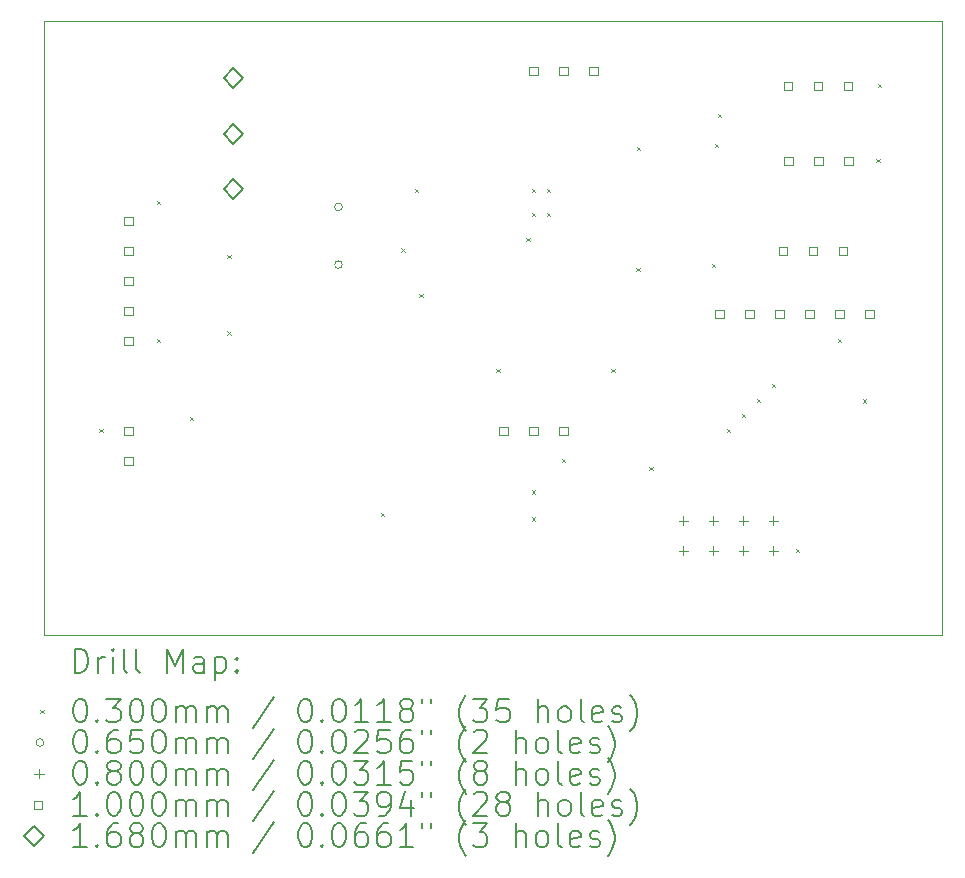
<source format=gbr>
%TF.GenerationSoftware,KiCad,Pcbnew,8.0.6*%
%TF.CreationDate,2025-01-30T10:53:47+01:00*%
%TF.ProjectId,colorsorter_schematic,636f6c6f-7273-46f7-9274-65725f736368,rev?*%
%TF.SameCoordinates,Original*%
%TF.FileFunction,Drillmap*%
%TF.FilePolarity,Positive*%
%FSLAX45Y45*%
G04 Gerber Fmt 4.5, Leading zero omitted, Abs format (unit mm)*
G04 Created by KiCad (PCBNEW 8.0.6) date 2025-01-30 10:53:47*
%MOMM*%
%LPD*%
G01*
G04 APERTURE LIST*
%ADD10C,0.050000*%
%ADD11C,0.200000*%
%ADD12C,0.100000*%
%ADD13C,0.168000*%
G04 APERTURE END LIST*
D10*
X10716000Y-7593000D02*
X10716000Y-7493000D01*
X18316000Y-7493000D02*
X18316000Y-12693000D01*
X18316000Y-12693000D02*
X10716000Y-12693000D01*
X10716000Y-7493000D02*
X18316000Y-7493000D01*
X10716000Y-12693000D02*
X10716000Y-7593000D01*
D11*
D12*
X11181320Y-10944000D02*
X11211320Y-10974000D01*
X11211320Y-10944000D02*
X11181320Y-10974000D01*
X11669000Y-9013600D02*
X11699000Y-9043600D01*
X11699000Y-9013600D02*
X11669000Y-9043600D01*
X11669000Y-10182000D02*
X11699000Y-10212000D01*
X11699000Y-10182000D02*
X11669000Y-10212000D01*
X11948500Y-10842500D02*
X11978500Y-10872500D01*
X11978500Y-10842500D02*
X11948500Y-10872500D01*
X12265900Y-9470800D02*
X12295900Y-9500800D01*
X12295900Y-9470800D02*
X12265900Y-9500800D01*
X12265900Y-10118500D02*
X12295900Y-10148500D01*
X12295900Y-10118500D02*
X12265900Y-10148500D01*
X13565999Y-11655200D02*
X13595999Y-11685200D01*
X13595999Y-11655200D02*
X13565999Y-11685200D01*
X13738500Y-9413000D02*
X13768500Y-9443000D01*
X13768500Y-9413000D02*
X13738500Y-9443000D01*
X13853400Y-8912000D02*
X13883400Y-8942000D01*
X13883400Y-8912000D02*
X13853400Y-8942000D01*
X13894040Y-9801000D02*
X13924040Y-9831000D01*
X13924040Y-9801000D02*
X13894040Y-9831000D01*
X14544280Y-10436000D02*
X14574280Y-10466000D01*
X14574280Y-10436000D02*
X14544280Y-10466000D01*
X14798280Y-9323480D02*
X14828280Y-9353480D01*
X14828280Y-9323480D02*
X14798280Y-9353480D01*
X14844000Y-8912000D02*
X14874000Y-8942000D01*
X14874000Y-8912000D02*
X14844000Y-8942000D01*
X14844000Y-9115200D02*
X14874000Y-9145200D01*
X14874000Y-9115200D02*
X14844000Y-9145200D01*
X14844000Y-11464700D02*
X14874000Y-11494700D01*
X14874000Y-11464700D02*
X14844000Y-11494700D01*
X14844000Y-11693300D02*
X14874000Y-11723300D01*
X14874000Y-11693300D02*
X14844000Y-11723300D01*
X14971000Y-8912000D02*
X15001000Y-8942000D01*
X15001000Y-8912000D02*
X14971000Y-8942000D01*
X14971000Y-9115200D02*
X15001000Y-9145200D01*
X15001000Y-9115200D02*
X14971000Y-9145200D01*
X15098000Y-11198000D02*
X15128000Y-11228000D01*
X15128000Y-11198000D02*
X15098000Y-11228000D01*
X15519640Y-10436000D02*
X15549640Y-10466000D01*
X15549640Y-10436000D02*
X15519640Y-10466000D01*
X15727920Y-9577480D02*
X15757920Y-9607480D01*
X15757920Y-9577480D02*
X15727920Y-9607480D01*
X15733000Y-8556400D02*
X15763000Y-8586400D01*
X15763000Y-8556400D02*
X15733000Y-8586400D01*
X15839680Y-11264040D02*
X15869680Y-11294040D01*
X15869680Y-11264040D02*
X15839680Y-11294040D01*
X16368000Y-9547000D02*
X16398000Y-9577000D01*
X16398000Y-9547000D02*
X16368000Y-9577000D01*
X16393400Y-8531000D02*
X16423400Y-8561000D01*
X16423400Y-8531000D02*
X16393400Y-8561000D01*
X16418800Y-8277000D02*
X16448800Y-8307000D01*
X16448800Y-8277000D02*
X16418800Y-8307000D01*
X16495000Y-10944000D02*
X16525000Y-10974000D01*
X16525000Y-10944000D02*
X16495000Y-10974000D01*
X16622000Y-10817000D02*
X16652000Y-10847000D01*
X16652000Y-10817000D02*
X16622000Y-10847000D01*
X16749000Y-10690000D02*
X16779000Y-10720000D01*
X16779000Y-10690000D02*
X16749000Y-10720000D01*
X16876000Y-10563000D02*
X16906000Y-10593000D01*
X16906000Y-10563000D02*
X16876000Y-10593000D01*
X17079200Y-11960000D02*
X17109200Y-11990000D01*
X17109200Y-11960000D02*
X17079200Y-11990000D01*
X17434800Y-10182000D02*
X17464800Y-10212000D01*
X17464800Y-10182000D02*
X17434800Y-10212000D01*
X17648500Y-10690500D02*
X17678500Y-10720500D01*
X17678500Y-10690500D02*
X17648500Y-10720500D01*
X17759920Y-8658000D02*
X17789920Y-8688000D01*
X17789920Y-8658000D02*
X17759920Y-8688000D01*
X17775160Y-8023000D02*
X17805160Y-8053000D01*
X17805160Y-8023000D02*
X17775160Y-8053000D01*
X13240500Y-9064000D02*
G75*
G02*
X13175500Y-9064000I-32500J0D01*
G01*
X13175500Y-9064000D02*
G75*
G02*
X13240500Y-9064000I32500J0D01*
G01*
X13240500Y-9552000D02*
G75*
G02*
X13175500Y-9552000I-32500J0D01*
G01*
X13175500Y-9552000D02*
G75*
G02*
X13240500Y-9552000I32500J0D01*
G01*
X16129000Y-11681000D02*
X16129000Y-11761000D01*
X16089000Y-11721000D02*
X16169000Y-11721000D01*
X16129000Y-11935000D02*
X16129000Y-12015000D01*
X16089000Y-11975000D02*
X16169000Y-11975000D01*
X16383000Y-11681000D02*
X16383000Y-11761000D01*
X16343000Y-11721000D02*
X16423000Y-11721000D01*
X16383000Y-11935000D02*
X16383000Y-12015000D01*
X16343000Y-11975000D02*
X16423000Y-11975000D01*
X16637000Y-11681000D02*
X16637000Y-11761000D01*
X16597000Y-11721000D02*
X16677000Y-11721000D01*
X16637000Y-11935000D02*
X16637000Y-12015000D01*
X16597000Y-11975000D02*
X16677000Y-11975000D01*
X16891000Y-11681000D02*
X16891000Y-11761000D01*
X16851000Y-11721000D02*
X16931000Y-11721000D01*
X16891000Y-11935000D02*
X16891000Y-12015000D01*
X16851000Y-11975000D02*
X16931000Y-11975000D01*
X11465356Y-9216356D02*
X11465356Y-9145644D01*
X11394644Y-9145644D01*
X11394644Y-9216356D01*
X11465356Y-9216356D01*
X11465356Y-9470356D02*
X11465356Y-9399644D01*
X11394644Y-9399644D01*
X11394644Y-9470356D01*
X11465356Y-9470356D01*
X11465356Y-9724356D02*
X11465356Y-9653644D01*
X11394644Y-9653644D01*
X11394644Y-9724356D01*
X11465356Y-9724356D01*
X11465356Y-9978356D02*
X11465356Y-9907644D01*
X11394644Y-9907644D01*
X11394644Y-9978356D01*
X11465356Y-9978356D01*
X11465356Y-10232356D02*
X11465356Y-10161644D01*
X11394644Y-10161644D01*
X11394644Y-10232356D01*
X11465356Y-10232356D01*
X11465356Y-10994356D02*
X11465356Y-10923644D01*
X11394644Y-10923644D01*
X11394644Y-10994356D01*
X11465356Y-10994356D01*
X11465356Y-11248356D02*
X11465356Y-11177644D01*
X11394644Y-11177644D01*
X11394644Y-11248356D01*
X11465356Y-11248356D01*
X14640356Y-10994356D02*
X14640356Y-10923644D01*
X14569644Y-10923644D01*
X14569644Y-10994356D01*
X14640356Y-10994356D01*
X14894356Y-7946356D02*
X14894356Y-7875644D01*
X14823644Y-7875644D01*
X14823644Y-7946356D01*
X14894356Y-7946356D01*
X14894356Y-10994356D02*
X14894356Y-10923644D01*
X14823644Y-10923644D01*
X14823644Y-10994356D01*
X14894356Y-10994356D01*
X15148356Y-7946356D02*
X15148356Y-7875644D01*
X15077644Y-7875644D01*
X15077644Y-7946356D01*
X15148356Y-7946356D01*
X15148356Y-10994356D02*
X15148356Y-10923644D01*
X15077644Y-10923644D01*
X15077644Y-10994356D01*
X15148356Y-10994356D01*
X15402356Y-7946356D02*
X15402356Y-7875644D01*
X15331644Y-7875644D01*
X15331644Y-7946356D01*
X15402356Y-7946356D01*
X16469156Y-10003756D02*
X16469156Y-9933044D01*
X16398444Y-9933044D01*
X16398444Y-10003756D01*
X16469156Y-10003756D01*
X16723156Y-10003756D02*
X16723156Y-9933044D01*
X16652444Y-9933044D01*
X16652444Y-10003756D01*
X16723156Y-10003756D01*
X16977156Y-10003756D02*
X16977156Y-9933044D01*
X16906444Y-9933044D01*
X16906444Y-10003756D01*
X16977156Y-10003756D01*
X17008271Y-9470356D02*
X17008271Y-9399644D01*
X16937559Y-9399644D01*
X16937559Y-9470356D01*
X17008271Y-9470356D01*
X17051856Y-8073356D02*
X17051856Y-8002644D01*
X16981144Y-8002644D01*
X16981144Y-8073356D01*
X17051856Y-8073356D01*
X17053356Y-8708356D02*
X17053356Y-8637644D01*
X16982644Y-8637644D01*
X16982644Y-8708356D01*
X17053356Y-8708356D01*
X17231156Y-10003756D02*
X17231156Y-9933044D01*
X17160444Y-9933044D01*
X17160444Y-10003756D01*
X17231156Y-10003756D01*
X17262271Y-9470356D02*
X17262271Y-9399644D01*
X17191559Y-9399644D01*
X17191559Y-9470356D01*
X17262271Y-9470356D01*
X17305856Y-8073356D02*
X17305856Y-8002644D01*
X17235144Y-8002644D01*
X17235144Y-8073356D01*
X17305856Y-8073356D01*
X17307356Y-8708356D02*
X17307356Y-8637644D01*
X17236644Y-8637644D01*
X17236644Y-8708356D01*
X17307356Y-8708356D01*
X17485156Y-10003756D02*
X17485156Y-9933044D01*
X17414444Y-9933044D01*
X17414444Y-10003756D01*
X17485156Y-10003756D01*
X17516271Y-9470356D02*
X17516271Y-9399644D01*
X17445559Y-9399644D01*
X17445559Y-9470356D01*
X17516271Y-9470356D01*
X17559856Y-8073356D02*
X17559856Y-8002644D01*
X17489144Y-8002644D01*
X17489144Y-8073356D01*
X17559856Y-8073356D01*
X17561356Y-8708356D02*
X17561356Y-8637644D01*
X17490644Y-8637644D01*
X17490644Y-8708356D01*
X17561356Y-8708356D01*
X17739156Y-10003756D02*
X17739156Y-9933044D01*
X17668444Y-9933044D01*
X17668444Y-10003756D01*
X17739156Y-10003756D01*
D13*
X12319000Y-8058400D02*
X12403000Y-7974400D01*
X12319000Y-7890400D01*
X12235000Y-7974400D01*
X12319000Y-8058400D01*
X12319000Y-8528400D02*
X12403000Y-8444400D01*
X12319000Y-8360400D01*
X12235000Y-8444400D01*
X12319000Y-8528400D01*
X12319000Y-8998400D02*
X12403000Y-8914400D01*
X12319000Y-8830400D01*
X12235000Y-8914400D01*
X12319000Y-8998400D01*
D11*
X10974277Y-13006984D02*
X10974277Y-12806984D01*
X10974277Y-12806984D02*
X11021896Y-12806984D01*
X11021896Y-12806984D02*
X11050467Y-12816508D01*
X11050467Y-12816508D02*
X11069515Y-12835555D01*
X11069515Y-12835555D02*
X11079039Y-12854603D01*
X11079039Y-12854603D02*
X11088563Y-12892698D01*
X11088563Y-12892698D02*
X11088563Y-12921269D01*
X11088563Y-12921269D02*
X11079039Y-12959365D01*
X11079039Y-12959365D02*
X11069515Y-12978412D01*
X11069515Y-12978412D02*
X11050467Y-12997460D01*
X11050467Y-12997460D02*
X11021896Y-13006984D01*
X11021896Y-13006984D02*
X10974277Y-13006984D01*
X11174277Y-13006984D02*
X11174277Y-12873650D01*
X11174277Y-12911746D02*
X11183801Y-12892698D01*
X11183801Y-12892698D02*
X11193324Y-12883174D01*
X11193324Y-12883174D02*
X11212372Y-12873650D01*
X11212372Y-12873650D02*
X11231420Y-12873650D01*
X11298086Y-13006984D02*
X11298086Y-12873650D01*
X11298086Y-12806984D02*
X11288562Y-12816508D01*
X11288562Y-12816508D02*
X11298086Y-12826031D01*
X11298086Y-12826031D02*
X11307610Y-12816508D01*
X11307610Y-12816508D02*
X11298086Y-12806984D01*
X11298086Y-12806984D02*
X11298086Y-12826031D01*
X11421896Y-13006984D02*
X11402848Y-12997460D01*
X11402848Y-12997460D02*
X11393324Y-12978412D01*
X11393324Y-12978412D02*
X11393324Y-12806984D01*
X11526658Y-13006984D02*
X11507610Y-12997460D01*
X11507610Y-12997460D02*
X11498086Y-12978412D01*
X11498086Y-12978412D02*
X11498086Y-12806984D01*
X11755229Y-13006984D02*
X11755229Y-12806984D01*
X11755229Y-12806984D02*
X11821896Y-12949841D01*
X11821896Y-12949841D02*
X11888562Y-12806984D01*
X11888562Y-12806984D02*
X11888562Y-13006984D01*
X12069515Y-13006984D02*
X12069515Y-12902222D01*
X12069515Y-12902222D02*
X12059991Y-12883174D01*
X12059991Y-12883174D02*
X12040943Y-12873650D01*
X12040943Y-12873650D02*
X12002848Y-12873650D01*
X12002848Y-12873650D02*
X11983801Y-12883174D01*
X12069515Y-12997460D02*
X12050467Y-13006984D01*
X12050467Y-13006984D02*
X12002848Y-13006984D01*
X12002848Y-13006984D02*
X11983801Y-12997460D01*
X11983801Y-12997460D02*
X11974277Y-12978412D01*
X11974277Y-12978412D02*
X11974277Y-12959365D01*
X11974277Y-12959365D02*
X11983801Y-12940317D01*
X11983801Y-12940317D02*
X12002848Y-12930793D01*
X12002848Y-12930793D02*
X12050467Y-12930793D01*
X12050467Y-12930793D02*
X12069515Y-12921269D01*
X12164753Y-12873650D02*
X12164753Y-13073650D01*
X12164753Y-12883174D02*
X12183801Y-12873650D01*
X12183801Y-12873650D02*
X12221896Y-12873650D01*
X12221896Y-12873650D02*
X12240943Y-12883174D01*
X12240943Y-12883174D02*
X12250467Y-12892698D01*
X12250467Y-12892698D02*
X12259991Y-12911746D01*
X12259991Y-12911746D02*
X12259991Y-12968888D01*
X12259991Y-12968888D02*
X12250467Y-12987936D01*
X12250467Y-12987936D02*
X12240943Y-12997460D01*
X12240943Y-12997460D02*
X12221896Y-13006984D01*
X12221896Y-13006984D02*
X12183801Y-13006984D01*
X12183801Y-13006984D02*
X12164753Y-12997460D01*
X12345705Y-12987936D02*
X12355229Y-12997460D01*
X12355229Y-12997460D02*
X12345705Y-13006984D01*
X12345705Y-13006984D02*
X12336182Y-12997460D01*
X12336182Y-12997460D02*
X12345705Y-12987936D01*
X12345705Y-12987936D02*
X12345705Y-13006984D01*
X12345705Y-12883174D02*
X12355229Y-12892698D01*
X12355229Y-12892698D02*
X12345705Y-12902222D01*
X12345705Y-12902222D02*
X12336182Y-12892698D01*
X12336182Y-12892698D02*
X12345705Y-12883174D01*
X12345705Y-12883174D02*
X12345705Y-12902222D01*
D12*
X10683500Y-13320500D02*
X10713500Y-13350500D01*
X10713500Y-13320500D02*
X10683500Y-13350500D01*
D11*
X11012372Y-13226984D02*
X11031420Y-13226984D01*
X11031420Y-13226984D02*
X11050467Y-13236508D01*
X11050467Y-13236508D02*
X11059991Y-13246031D01*
X11059991Y-13246031D02*
X11069515Y-13265079D01*
X11069515Y-13265079D02*
X11079039Y-13303174D01*
X11079039Y-13303174D02*
X11079039Y-13350793D01*
X11079039Y-13350793D02*
X11069515Y-13388888D01*
X11069515Y-13388888D02*
X11059991Y-13407936D01*
X11059991Y-13407936D02*
X11050467Y-13417460D01*
X11050467Y-13417460D02*
X11031420Y-13426984D01*
X11031420Y-13426984D02*
X11012372Y-13426984D01*
X11012372Y-13426984D02*
X10993324Y-13417460D01*
X10993324Y-13417460D02*
X10983801Y-13407936D01*
X10983801Y-13407936D02*
X10974277Y-13388888D01*
X10974277Y-13388888D02*
X10964753Y-13350793D01*
X10964753Y-13350793D02*
X10964753Y-13303174D01*
X10964753Y-13303174D02*
X10974277Y-13265079D01*
X10974277Y-13265079D02*
X10983801Y-13246031D01*
X10983801Y-13246031D02*
X10993324Y-13236508D01*
X10993324Y-13236508D02*
X11012372Y-13226984D01*
X11164753Y-13407936D02*
X11174277Y-13417460D01*
X11174277Y-13417460D02*
X11164753Y-13426984D01*
X11164753Y-13426984D02*
X11155229Y-13417460D01*
X11155229Y-13417460D02*
X11164753Y-13407936D01*
X11164753Y-13407936D02*
X11164753Y-13426984D01*
X11240943Y-13226984D02*
X11364753Y-13226984D01*
X11364753Y-13226984D02*
X11298086Y-13303174D01*
X11298086Y-13303174D02*
X11326658Y-13303174D01*
X11326658Y-13303174D02*
X11345705Y-13312698D01*
X11345705Y-13312698D02*
X11355229Y-13322222D01*
X11355229Y-13322222D02*
X11364753Y-13341269D01*
X11364753Y-13341269D02*
X11364753Y-13388888D01*
X11364753Y-13388888D02*
X11355229Y-13407936D01*
X11355229Y-13407936D02*
X11345705Y-13417460D01*
X11345705Y-13417460D02*
X11326658Y-13426984D01*
X11326658Y-13426984D02*
X11269515Y-13426984D01*
X11269515Y-13426984D02*
X11250467Y-13417460D01*
X11250467Y-13417460D02*
X11240943Y-13407936D01*
X11488562Y-13226984D02*
X11507610Y-13226984D01*
X11507610Y-13226984D02*
X11526658Y-13236508D01*
X11526658Y-13236508D02*
X11536182Y-13246031D01*
X11536182Y-13246031D02*
X11545705Y-13265079D01*
X11545705Y-13265079D02*
X11555229Y-13303174D01*
X11555229Y-13303174D02*
X11555229Y-13350793D01*
X11555229Y-13350793D02*
X11545705Y-13388888D01*
X11545705Y-13388888D02*
X11536182Y-13407936D01*
X11536182Y-13407936D02*
X11526658Y-13417460D01*
X11526658Y-13417460D02*
X11507610Y-13426984D01*
X11507610Y-13426984D02*
X11488562Y-13426984D01*
X11488562Y-13426984D02*
X11469515Y-13417460D01*
X11469515Y-13417460D02*
X11459991Y-13407936D01*
X11459991Y-13407936D02*
X11450467Y-13388888D01*
X11450467Y-13388888D02*
X11440943Y-13350793D01*
X11440943Y-13350793D02*
X11440943Y-13303174D01*
X11440943Y-13303174D02*
X11450467Y-13265079D01*
X11450467Y-13265079D02*
X11459991Y-13246031D01*
X11459991Y-13246031D02*
X11469515Y-13236508D01*
X11469515Y-13236508D02*
X11488562Y-13226984D01*
X11679039Y-13226984D02*
X11698086Y-13226984D01*
X11698086Y-13226984D02*
X11717134Y-13236508D01*
X11717134Y-13236508D02*
X11726658Y-13246031D01*
X11726658Y-13246031D02*
X11736182Y-13265079D01*
X11736182Y-13265079D02*
X11745705Y-13303174D01*
X11745705Y-13303174D02*
X11745705Y-13350793D01*
X11745705Y-13350793D02*
X11736182Y-13388888D01*
X11736182Y-13388888D02*
X11726658Y-13407936D01*
X11726658Y-13407936D02*
X11717134Y-13417460D01*
X11717134Y-13417460D02*
X11698086Y-13426984D01*
X11698086Y-13426984D02*
X11679039Y-13426984D01*
X11679039Y-13426984D02*
X11659991Y-13417460D01*
X11659991Y-13417460D02*
X11650467Y-13407936D01*
X11650467Y-13407936D02*
X11640943Y-13388888D01*
X11640943Y-13388888D02*
X11631420Y-13350793D01*
X11631420Y-13350793D02*
X11631420Y-13303174D01*
X11631420Y-13303174D02*
X11640943Y-13265079D01*
X11640943Y-13265079D02*
X11650467Y-13246031D01*
X11650467Y-13246031D02*
X11659991Y-13236508D01*
X11659991Y-13236508D02*
X11679039Y-13226984D01*
X11831420Y-13426984D02*
X11831420Y-13293650D01*
X11831420Y-13312698D02*
X11840943Y-13303174D01*
X11840943Y-13303174D02*
X11859991Y-13293650D01*
X11859991Y-13293650D02*
X11888563Y-13293650D01*
X11888563Y-13293650D02*
X11907610Y-13303174D01*
X11907610Y-13303174D02*
X11917134Y-13322222D01*
X11917134Y-13322222D02*
X11917134Y-13426984D01*
X11917134Y-13322222D02*
X11926658Y-13303174D01*
X11926658Y-13303174D02*
X11945705Y-13293650D01*
X11945705Y-13293650D02*
X11974277Y-13293650D01*
X11974277Y-13293650D02*
X11993324Y-13303174D01*
X11993324Y-13303174D02*
X12002848Y-13322222D01*
X12002848Y-13322222D02*
X12002848Y-13426984D01*
X12098086Y-13426984D02*
X12098086Y-13293650D01*
X12098086Y-13312698D02*
X12107610Y-13303174D01*
X12107610Y-13303174D02*
X12126658Y-13293650D01*
X12126658Y-13293650D02*
X12155229Y-13293650D01*
X12155229Y-13293650D02*
X12174277Y-13303174D01*
X12174277Y-13303174D02*
X12183801Y-13322222D01*
X12183801Y-13322222D02*
X12183801Y-13426984D01*
X12183801Y-13322222D02*
X12193324Y-13303174D01*
X12193324Y-13303174D02*
X12212372Y-13293650D01*
X12212372Y-13293650D02*
X12240943Y-13293650D01*
X12240943Y-13293650D02*
X12259991Y-13303174D01*
X12259991Y-13303174D02*
X12269515Y-13322222D01*
X12269515Y-13322222D02*
X12269515Y-13426984D01*
X12659991Y-13217460D02*
X12488563Y-13474603D01*
X12917134Y-13226984D02*
X12936182Y-13226984D01*
X12936182Y-13226984D02*
X12955229Y-13236508D01*
X12955229Y-13236508D02*
X12964753Y-13246031D01*
X12964753Y-13246031D02*
X12974277Y-13265079D01*
X12974277Y-13265079D02*
X12983801Y-13303174D01*
X12983801Y-13303174D02*
X12983801Y-13350793D01*
X12983801Y-13350793D02*
X12974277Y-13388888D01*
X12974277Y-13388888D02*
X12964753Y-13407936D01*
X12964753Y-13407936D02*
X12955229Y-13417460D01*
X12955229Y-13417460D02*
X12936182Y-13426984D01*
X12936182Y-13426984D02*
X12917134Y-13426984D01*
X12917134Y-13426984D02*
X12898086Y-13417460D01*
X12898086Y-13417460D02*
X12888563Y-13407936D01*
X12888563Y-13407936D02*
X12879039Y-13388888D01*
X12879039Y-13388888D02*
X12869515Y-13350793D01*
X12869515Y-13350793D02*
X12869515Y-13303174D01*
X12869515Y-13303174D02*
X12879039Y-13265079D01*
X12879039Y-13265079D02*
X12888563Y-13246031D01*
X12888563Y-13246031D02*
X12898086Y-13236508D01*
X12898086Y-13236508D02*
X12917134Y-13226984D01*
X13069515Y-13407936D02*
X13079039Y-13417460D01*
X13079039Y-13417460D02*
X13069515Y-13426984D01*
X13069515Y-13426984D02*
X13059991Y-13417460D01*
X13059991Y-13417460D02*
X13069515Y-13407936D01*
X13069515Y-13407936D02*
X13069515Y-13426984D01*
X13202848Y-13226984D02*
X13221896Y-13226984D01*
X13221896Y-13226984D02*
X13240944Y-13236508D01*
X13240944Y-13236508D02*
X13250467Y-13246031D01*
X13250467Y-13246031D02*
X13259991Y-13265079D01*
X13259991Y-13265079D02*
X13269515Y-13303174D01*
X13269515Y-13303174D02*
X13269515Y-13350793D01*
X13269515Y-13350793D02*
X13259991Y-13388888D01*
X13259991Y-13388888D02*
X13250467Y-13407936D01*
X13250467Y-13407936D02*
X13240944Y-13417460D01*
X13240944Y-13417460D02*
X13221896Y-13426984D01*
X13221896Y-13426984D02*
X13202848Y-13426984D01*
X13202848Y-13426984D02*
X13183801Y-13417460D01*
X13183801Y-13417460D02*
X13174277Y-13407936D01*
X13174277Y-13407936D02*
X13164753Y-13388888D01*
X13164753Y-13388888D02*
X13155229Y-13350793D01*
X13155229Y-13350793D02*
X13155229Y-13303174D01*
X13155229Y-13303174D02*
X13164753Y-13265079D01*
X13164753Y-13265079D02*
X13174277Y-13246031D01*
X13174277Y-13246031D02*
X13183801Y-13236508D01*
X13183801Y-13236508D02*
X13202848Y-13226984D01*
X13459991Y-13426984D02*
X13345706Y-13426984D01*
X13402848Y-13426984D02*
X13402848Y-13226984D01*
X13402848Y-13226984D02*
X13383801Y-13255555D01*
X13383801Y-13255555D02*
X13364753Y-13274603D01*
X13364753Y-13274603D02*
X13345706Y-13284127D01*
X13650467Y-13426984D02*
X13536182Y-13426984D01*
X13593325Y-13426984D02*
X13593325Y-13226984D01*
X13593325Y-13226984D02*
X13574277Y-13255555D01*
X13574277Y-13255555D02*
X13555229Y-13274603D01*
X13555229Y-13274603D02*
X13536182Y-13284127D01*
X13764753Y-13312698D02*
X13745706Y-13303174D01*
X13745706Y-13303174D02*
X13736182Y-13293650D01*
X13736182Y-13293650D02*
X13726658Y-13274603D01*
X13726658Y-13274603D02*
X13726658Y-13265079D01*
X13726658Y-13265079D02*
X13736182Y-13246031D01*
X13736182Y-13246031D02*
X13745706Y-13236508D01*
X13745706Y-13236508D02*
X13764753Y-13226984D01*
X13764753Y-13226984D02*
X13802848Y-13226984D01*
X13802848Y-13226984D02*
X13821896Y-13236508D01*
X13821896Y-13236508D02*
X13831420Y-13246031D01*
X13831420Y-13246031D02*
X13840944Y-13265079D01*
X13840944Y-13265079D02*
X13840944Y-13274603D01*
X13840944Y-13274603D02*
X13831420Y-13293650D01*
X13831420Y-13293650D02*
X13821896Y-13303174D01*
X13821896Y-13303174D02*
X13802848Y-13312698D01*
X13802848Y-13312698D02*
X13764753Y-13312698D01*
X13764753Y-13312698D02*
X13745706Y-13322222D01*
X13745706Y-13322222D02*
X13736182Y-13331746D01*
X13736182Y-13331746D02*
X13726658Y-13350793D01*
X13726658Y-13350793D02*
X13726658Y-13388888D01*
X13726658Y-13388888D02*
X13736182Y-13407936D01*
X13736182Y-13407936D02*
X13745706Y-13417460D01*
X13745706Y-13417460D02*
X13764753Y-13426984D01*
X13764753Y-13426984D02*
X13802848Y-13426984D01*
X13802848Y-13426984D02*
X13821896Y-13417460D01*
X13821896Y-13417460D02*
X13831420Y-13407936D01*
X13831420Y-13407936D02*
X13840944Y-13388888D01*
X13840944Y-13388888D02*
X13840944Y-13350793D01*
X13840944Y-13350793D02*
X13831420Y-13331746D01*
X13831420Y-13331746D02*
X13821896Y-13322222D01*
X13821896Y-13322222D02*
X13802848Y-13312698D01*
X13917134Y-13226984D02*
X13917134Y-13265079D01*
X13993325Y-13226984D02*
X13993325Y-13265079D01*
X14288563Y-13503174D02*
X14279039Y-13493650D01*
X14279039Y-13493650D02*
X14259991Y-13465079D01*
X14259991Y-13465079D02*
X14250468Y-13446031D01*
X14250468Y-13446031D02*
X14240944Y-13417460D01*
X14240944Y-13417460D02*
X14231420Y-13369841D01*
X14231420Y-13369841D02*
X14231420Y-13331746D01*
X14231420Y-13331746D02*
X14240944Y-13284127D01*
X14240944Y-13284127D02*
X14250468Y-13255555D01*
X14250468Y-13255555D02*
X14259991Y-13236508D01*
X14259991Y-13236508D02*
X14279039Y-13207936D01*
X14279039Y-13207936D02*
X14288563Y-13198412D01*
X14345706Y-13226984D02*
X14469515Y-13226984D01*
X14469515Y-13226984D02*
X14402848Y-13303174D01*
X14402848Y-13303174D02*
X14431420Y-13303174D01*
X14431420Y-13303174D02*
X14450468Y-13312698D01*
X14450468Y-13312698D02*
X14459991Y-13322222D01*
X14459991Y-13322222D02*
X14469515Y-13341269D01*
X14469515Y-13341269D02*
X14469515Y-13388888D01*
X14469515Y-13388888D02*
X14459991Y-13407936D01*
X14459991Y-13407936D02*
X14450468Y-13417460D01*
X14450468Y-13417460D02*
X14431420Y-13426984D01*
X14431420Y-13426984D02*
X14374277Y-13426984D01*
X14374277Y-13426984D02*
X14355229Y-13417460D01*
X14355229Y-13417460D02*
X14345706Y-13407936D01*
X14650468Y-13226984D02*
X14555229Y-13226984D01*
X14555229Y-13226984D02*
X14545706Y-13322222D01*
X14545706Y-13322222D02*
X14555229Y-13312698D01*
X14555229Y-13312698D02*
X14574277Y-13303174D01*
X14574277Y-13303174D02*
X14621896Y-13303174D01*
X14621896Y-13303174D02*
X14640944Y-13312698D01*
X14640944Y-13312698D02*
X14650468Y-13322222D01*
X14650468Y-13322222D02*
X14659991Y-13341269D01*
X14659991Y-13341269D02*
X14659991Y-13388888D01*
X14659991Y-13388888D02*
X14650468Y-13407936D01*
X14650468Y-13407936D02*
X14640944Y-13417460D01*
X14640944Y-13417460D02*
X14621896Y-13426984D01*
X14621896Y-13426984D02*
X14574277Y-13426984D01*
X14574277Y-13426984D02*
X14555229Y-13417460D01*
X14555229Y-13417460D02*
X14545706Y-13407936D01*
X14898087Y-13426984D02*
X14898087Y-13226984D01*
X14983801Y-13426984D02*
X14983801Y-13322222D01*
X14983801Y-13322222D02*
X14974277Y-13303174D01*
X14974277Y-13303174D02*
X14955230Y-13293650D01*
X14955230Y-13293650D02*
X14926658Y-13293650D01*
X14926658Y-13293650D02*
X14907610Y-13303174D01*
X14907610Y-13303174D02*
X14898087Y-13312698D01*
X15107610Y-13426984D02*
X15088563Y-13417460D01*
X15088563Y-13417460D02*
X15079039Y-13407936D01*
X15079039Y-13407936D02*
X15069515Y-13388888D01*
X15069515Y-13388888D02*
X15069515Y-13331746D01*
X15069515Y-13331746D02*
X15079039Y-13312698D01*
X15079039Y-13312698D02*
X15088563Y-13303174D01*
X15088563Y-13303174D02*
X15107610Y-13293650D01*
X15107610Y-13293650D02*
X15136182Y-13293650D01*
X15136182Y-13293650D02*
X15155230Y-13303174D01*
X15155230Y-13303174D02*
X15164753Y-13312698D01*
X15164753Y-13312698D02*
X15174277Y-13331746D01*
X15174277Y-13331746D02*
X15174277Y-13388888D01*
X15174277Y-13388888D02*
X15164753Y-13407936D01*
X15164753Y-13407936D02*
X15155230Y-13417460D01*
X15155230Y-13417460D02*
X15136182Y-13426984D01*
X15136182Y-13426984D02*
X15107610Y-13426984D01*
X15288563Y-13426984D02*
X15269515Y-13417460D01*
X15269515Y-13417460D02*
X15259991Y-13398412D01*
X15259991Y-13398412D02*
X15259991Y-13226984D01*
X15440944Y-13417460D02*
X15421896Y-13426984D01*
X15421896Y-13426984D02*
X15383801Y-13426984D01*
X15383801Y-13426984D02*
X15364753Y-13417460D01*
X15364753Y-13417460D02*
X15355230Y-13398412D01*
X15355230Y-13398412D02*
X15355230Y-13322222D01*
X15355230Y-13322222D02*
X15364753Y-13303174D01*
X15364753Y-13303174D02*
X15383801Y-13293650D01*
X15383801Y-13293650D02*
X15421896Y-13293650D01*
X15421896Y-13293650D02*
X15440944Y-13303174D01*
X15440944Y-13303174D02*
X15450468Y-13322222D01*
X15450468Y-13322222D02*
X15450468Y-13341269D01*
X15450468Y-13341269D02*
X15355230Y-13360317D01*
X15526658Y-13417460D02*
X15545706Y-13426984D01*
X15545706Y-13426984D02*
X15583801Y-13426984D01*
X15583801Y-13426984D02*
X15602849Y-13417460D01*
X15602849Y-13417460D02*
X15612372Y-13398412D01*
X15612372Y-13398412D02*
X15612372Y-13388888D01*
X15612372Y-13388888D02*
X15602849Y-13369841D01*
X15602849Y-13369841D02*
X15583801Y-13360317D01*
X15583801Y-13360317D02*
X15555230Y-13360317D01*
X15555230Y-13360317D02*
X15536182Y-13350793D01*
X15536182Y-13350793D02*
X15526658Y-13331746D01*
X15526658Y-13331746D02*
X15526658Y-13322222D01*
X15526658Y-13322222D02*
X15536182Y-13303174D01*
X15536182Y-13303174D02*
X15555230Y-13293650D01*
X15555230Y-13293650D02*
X15583801Y-13293650D01*
X15583801Y-13293650D02*
X15602849Y-13303174D01*
X15679039Y-13503174D02*
X15688563Y-13493650D01*
X15688563Y-13493650D02*
X15707611Y-13465079D01*
X15707611Y-13465079D02*
X15717134Y-13446031D01*
X15717134Y-13446031D02*
X15726658Y-13417460D01*
X15726658Y-13417460D02*
X15736182Y-13369841D01*
X15736182Y-13369841D02*
X15736182Y-13331746D01*
X15736182Y-13331746D02*
X15726658Y-13284127D01*
X15726658Y-13284127D02*
X15717134Y-13255555D01*
X15717134Y-13255555D02*
X15707611Y-13236508D01*
X15707611Y-13236508D02*
X15688563Y-13207936D01*
X15688563Y-13207936D02*
X15679039Y-13198412D01*
D12*
X10713500Y-13599500D02*
G75*
G02*
X10648500Y-13599500I-32500J0D01*
G01*
X10648500Y-13599500D02*
G75*
G02*
X10713500Y-13599500I32500J0D01*
G01*
D11*
X11012372Y-13490984D02*
X11031420Y-13490984D01*
X11031420Y-13490984D02*
X11050467Y-13500508D01*
X11050467Y-13500508D02*
X11059991Y-13510031D01*
X11059991Y-13510031D02*
X11069515Y-13529079D01*
X11069515Y-13529079D02*
X11079039Y-13567174D01*
X11079039Y-13567174D02*
X11079039Y-13614793D01*
X11079039Y-13614793D02*
X11069515Y-13652888D01*
X11069515Y-13652888D02*
X11059991Y-13671936D01*
X11059991Y-13671936D02*
X11050467Y-13681460D01*
X11050467Y-13681460D02*
X11031420Y-13690984D01*
X11031420Y-13690984D02*
X11012372Y-13690984D01*
X11012372Y-13690984D02*
X10993324Y-13681460D01*
X10993324Y-13681460D02*
X10983801Y-13671936D01*
X10983801Y-13671936D02*
X10974277Y-13652888D01*
X10974277Y-13652888D02*
X10964753Y-13614793D01*
X10964753Y-13614793D02*
X10964753Y-13567174D01*
X10964753Y-13567174D02*
X10974277Y-13529079D01*
X10974277Y-13529079D02*
X10983801Y-13510031D01*
X10983801Y-13510031D02*
X10993324Y-13500508D01*
X10993324Y-13500508D02*
X11012372Y-13490984D01*
X11164753Y-13671936D02*
X11174277Y-13681460D01*
X11174277Y-13681460D02*
X11164753Y-13690984D01*
X11164753Y-13690984D02*
X11155229Y-13681460D01*
X11155229Y-13681460D02*
X11164753Y-13671936D01*
X11164753Y-13671936D02*
X11164753Y-13690984D01*
X11345705Y-13490984D02*
X11307610Y-13490984D01*
X11307610Y-13490984D02*
X11288562Y-13500508D01*
X11288562Y-13500508D02*
X11279039Y-13510031D01*
X11279039Y-13510031D02*
X11259991Y-13538603D01*
X11259991Y-13538603D02*
X11250467Y-13576698D01*
X11250467Y-13576698D02*
X11250467Y-13652888D01*
X11250467Y-13652888D02*
X11259991Y-13671936D01*
X11259991Y-13671936D02*
X11269515Y-13681460D01*
X11269515Y-13681460D02*
X11288562Y-13690984D01*
X11288562Y-13690984D02*
X11326658Y-13690984D01*
X11326658Y-13690984D02*
X11345705Y-13681460D01*
X11345705Y-13681460D02*
X11355229Y-13671936D01*
X11355229Y-13671936D02*
X11364753Y-13652888D01*
X11364753Y-13652888D02*
X11364753Y-13605269D01*
X11364753Y-13605269D02*
X11355229Y-13586222D01*
X11355229Y-13586222D02*
X11345705Y-13576698D01*
X11345705Y-13576698D02*
X11326658Y-13567174D01*
X11326658Y-13567174D02*
X11288562Y-13567174D01*
X11288562Y-13567174D02*
X11269515Y-13576698D01*
X11269515Y-13576698D02*
X11259991Y-13586222D01*
X11259991Y-13586222D02*
X11250467Y-13605269D01*
X11545705Y-13490984D02*
X11450467Y-13490984D01*
X11450467Y-13490984D02*
X11440943Y-13586222D01*
X11440943Y-13586222D02*
X11450467Y-13576698D01*
X11450467Y-13576698D02*
X11469515Y-13567174D01*
X11469515Y-13567174D02*
X11517134Y-13567174D01*
X11517134Y-13567174D02*
X11536182Y-13576698D01*
X11536182Y-13576698D02*
X11545705Y-13586222D01*
X11545705Y-13586222D02*
X11555229Y-13605269D01*
X11555229Y-13605269D02*
X11555229Y-13652888D01*
X11555229Y-13652888D02*
X11545705Y-13671936D01*
X11545705Y-13671936D02*
X11536182Y-13681460D01*
X11536182Y-13681460D02*
X11517134Y-13690984D01*
X11517134Y-13690984D02*
X11469515Y-13690984D01*
X11469515Y-13690984D02*
X11450467Y-13681460D01*
X11450467Y-13681460D02*
X11440943Y-13671936D01*
X11679039Y-13490984D02*
X11698086Y-13490984D01*
X11698086Y-13490984D02*
X11717134Y-13500508D01*
X11717134Y-13500508D02*
X11726658Y-13510031D01*
X11726658Y-13510031D02*
X11736182Y-13529079D01*
X11736182Y-13529079D02*
X11745705Y-13567174D01*
X11745705Y-13567174D02*
X11745705Y-13614793D01*
X11745705Y-13614793D02*
X11736182Y-13652888D01*
X11736182Y-13652888D02*
X11726658Y-13671936D01*
X11726658Y-13671936D02*
X11717134Y-13681460D01*
X11717134Y-13681460D02*
X11698086Y-13690984D01*
X11698086Y-13690984D02*
X11679039Y-13690984D01*
X11679039Y-13690984D02*
X11659991Y-13681460D01*
X11659991Y-13681460D02*
X11650467Y-13671936D01*
X11650467Y-13671936D02*
X11640943Y-13652888D01*
X11640943Y-13652888D02*
X11631420Y-13614793D01*
X11631420Y-13614793D02*
X11631420Y-13567174D01*
X11631420Y-13567174D02*
X11640943Y-13529079D01*
X11640943Y-13529079D02*
X11650467Y-13510031D01*
X11650467Y-13510031D02*
X11659991Y-13500508D01*
X11659991Y-13500508D02*
X11679039Y-13490984D01*
X11831420Y-13690984D02*
X11831420Y-13557650D01*
X11831420Y-13576698D02*
X11840943Y-13567174D01*
X11840943Y-13567174D02*
X11859991Y-13557650D01*
X11859991Y-13557650D02*
X11888563Y-13557650D01*
X11888563Y-13557650D02*
X11907610Y-13567174D01*
X11907610Y-13567174D02*
X11917134Y-13586222D01*
X11917134Y-13586222D02*
X11917134Y-13690984D01*
X11917134Y-13586222D02*
X11926658Y-13567174D01*
X11926658Y-13567174D02*
X11945705Y-13557650D01*
X11945705Y-13557650D02*
X11974277Y-13557650D01*
X11974277Y-13557650D02*
X11993324Y-13567174D01*
X11993324Y-13567174D02*
X12002848Y-13586222D01*
X12002848Y-13586222D02*
X12002848Y-13690984D01*
X12098086Y-13690984D02*
X12098086Y-13557650D01*
X12098086Y-13576698D02*
X12107610Y-13567174D01*
X12107610Y-13567174D02*
X12126658Y-13557650D01*
X12126658Y-13557650D02*
X12155229Y-13557650D01*
X12155229Y-13557650D02*
X12174277Y-13567174D01*
X12174277Y-13567174D02*
X12183801Y-13586222D01*
X12183801Y-13586222D02*
X12183801Y-13690984D01*
X12183801Y-13586222D02*
X12193324Y-13567174D01*
X12193324Y-13567174D02*
X12212372Y-13557650D01*
X12212372Y-13557650D02*
X12240943Y-13557650D01*
X12240943Y-13557650D02*
X12259991Y-13567174D01*
X12259991Y-13567174D02*
X12269515Y-13586222D01*
X12269515Y-13586222D02*
X12269515Y-13690984D01*
X12659991Y-13481460D02*
X12488563Y-13738603D01*
X12917134Y-13490984D02*
X12936182Y-13490984D01*
X12936182Y-13490984D02*
X12955229Y-13500508D01*
X12955229Y-13500508D02*
X12964753Y-13510031D01*
X12964753Y-13510031D02*
X12974277Y-13529079D01*
X12974277Y-13529079D02*
X12983801Y-13567174D01*
X12983801Y-13567174D02*
X12983801Y-13614793D01*
X12983801Y-13614793D02*
X12974277Y-13652888D01*
X12974277Y-13652888D02*
X12964753Y-13671936D01*
X12964753Y-13671936D02*
X12955229Y-13681460D01*
X12955229Y-13681460D02*
X12936182Y-13690984D01*
X12936182Y-13690984D02*
X12917134Y-13690984D01*
X12917134Y-13690984D02*
X12898086Y-13681460D01*
X12898086Y-13681460D02*
X12888563Y-13671936D01*
X12888563Y-13671936D02*
X12879039Y-13652888D01*
X12879039Y-13652888D02*
X12869515Y-13614793D01*
X12869515Y-13614793D02*
X12869515Y-13567174D01*
X12869515Y-13567174D02*
X12879039Y-13529079D01*
X12879039Y-13529079D02*
X12888563Y-13510031D01*
X12888563Y-13510031D02*
X12898086Y-13500508D01*
X12898086Y-13500508D02*
X12917134Y-13490984D01*
X13069515Y-13671936D02*
X13079039Y-13681460D01*
X13079039Y-13681460D02*
X13069515Y-13690984D01*
X13069515Y-13690984D02*
X13059991Y-13681460D01*
X13059991Y-13681460D02*
X13069515Y-13671936D01*
X13069515Y-13671936D02*
X13069515Y-13690984D01*
X13202848Y-13490984D02*
X13221896Y-13490984D01*
X13221896Y-13490984D02*
X13240944Y-13500508D01*
X13240944Y-13500508D02*
X13250467Y-13510031D01*
X13250467Y-13510031D02*
X13259991Y-13529079D01*
X13259991Y-13529079D02*
X13269515Y-13567174D01*
X13269515Y-13567174D02*
X13269515Y-13614793D01*
X13269515Y-13614793D02*
X13259991Y-13652888D01*
X13259991Y-13652888D02*
X13250467Y-13671936D01*
X13250467Y-13671936D02*
X13240944Y-13681460D01*
X13240944Y-13681460D02*
X13221896Y-13690984D01*
X13221896Y-13690984D02*
X13202848Y-13690984D01*
X13202848Y-13690984D02*
X13183801Y-13681460D01*
X13183801Y-13681460D02*
X13174277Y-13671936D01*
X13174277Y-13671936D02*
X13164753Y-13652888D01*
X13164753Y-13652888D02*
X13155229Y-13614793D01*
X13155229Y-13614793D02*
X13155229Y-13567174D01*
X13155229Y-13567174D02*
X13164753Y-13529079D01*
X13164753Y-13529079D02*
X13174277Y-13510031D01*
X13174277Y-13510031D02*
X13183801Y-13500508D01*
X13183801Y-13500508D02*
X13202848Y-13490984D01*
X13345706Y-13510031D02*
X13355229Y-13500508D01*
X13355229Y-13500508D02*
X13374277Y-13490984D01*
X13374277Y-13490984D02*
X13421896Y-13490984D01*
X13421896Y-13490984D02*
X13440944Y-13500508D01*
X13440944Y-13500508D02*
X13450467Y-13510031D01*
X13450467Y-13510031D02*
X13459991Y-13529079D01*
X13459991Y-13529079D02*
X13459991Y-13548127D01*
X13459991Y-13548127D02*
X13450467Y-13576698D01*
X13450467Y-13576698D02*
X13336182Y-13690984D01*
X13336182Y-13690984D02*
X13459991Y-13690984D01*
X13640944Y-13490984D02*
X13545706Y-13490984D01*
X13545706Y-13490984D02*
X13536182Y-13586222D01*
X13536182Y-13586222D02*
X13545706Y-13576698D01*
X13545706Y-13576698D02*
X13564753Y-13567174D01*
X13564753Y-13567174D02*
X13612372Y-13567174D01*
X13612372Y-13567174D02*
X13631420Y-13576698D01*
X13631420Y-13576698D02*
X13640944Y-13586222D01*
X13640944Y-13586222D02*
X13650467Y-13605269D01*
X13650467Y-13605269D02*
X13650467Y-13652888D01*
X13650467Y-13652888D02*
X13640944Y-13671936D01*
X13640944Y-13671936D02*
X13631420Y-13681460D01*
X13631420Y-13681460D02*
X13612372Y-13690984D01*
X13612372Y-13690984D02*
X13564753Y-13690984D01*
X13564753Y-13690984D02*
X13545706Y-13681460D01*
X13545706Y-13681460D02*
X13536182Y-13671936D01*
X13821896Y-13490984D02*
X13783801Y-13490984D01*
X13783801Y-13490984D02*
X13764753Y-13500508D01*
X13764753Y-13500508D02*
X13755229Y-13510031D01*
X13755229Y-13510031D02*
X13736182Y-13538603D01*
X13736182Y-13538603D02*
X13726658Y-13576698D01*
X13726658Y-13576698D02*
X13726658Y-13652888D01*
X13726658Y-13652888D02*
X13736182Y-13671936D01*
X13736182Y-13671936D02*
X13745706Y-13681460D01*
X13745706Y-13681460D02*
X13764753Y-13690984D01*
X13764753Y-13690984D02*
X13802848Y-13690984D01*
X13802848Y-13690984D02*
X13821896Y-13681460D01*
X13821896Y-13681460D02*
X13831420Y-13671936D01*
X13831420Y-13671936D02*
X13840944Y-13652888D01*
X13840944Y-13652888D02*
X13840944Y-13605269D01*
X13840944Y-13605269D02*
X13831420Y-13586222D01*
X13831420Y-13586222D02*
X13821896Y-13576698D01*
X13821896Y-13576698D02*
X13802848Y-13567174D01*
X13802848Y-13567174D02*
X13764753Y-13567174D01*
X13764753Y-13567174D02*
X13745706Y-13576698D01*
X13745706Y-13576698D02*
X13736182Y-13586222D01*
X13736182Y-13586222D02*
X13726658Y-13605269D01*
X13917134Y-13490984D02*
X13917134Y-13529079D01*
X13993325Y-13490984D02*
X13993325Y-13529079D01*
X14288563Y-13767174D02*
X14279039Y-13757650D01*
X14279039Y-13757650D02*
X14259991Y-13729079D01*
X14259991Y-13729079D02*
X14250468Y-13710031D01*
X14250468Y-13710031D02*
X14240944Y-13681460D01*
X14240944Y-13681460D02*
X14231420Y-13633841D01*
X14231420Y-13633841D02*
X14231420Y-13595746D01*
X14231420Y-13595746D02*
X14240944Y-13548127D01*
X14240944Y-13548127D02*
X14250468Y-13519555D01*
X14250468Y-13519555D02*
X14259991Y-13500508D01*
X14259991Y-13500508D02*
X14279039Y-13471936D01*
X14279039Y-13471936D02*
X14288563Y-13462412D01*
X14355229Y-13510031D02*
X14364753Y-13500508D01*
X14364753Y-13500508D02*
X14383801Y-13490984D01*
X14383801Y-13490984D02*
X14431420Y-13490984D01*
X14431420Y-13490984D02*
X14450468Y-13500508D01*
X14450468Y-13500508D02*
X14459991Y-13510031D01*
X14459991Y-13510031D02*
X14469515Y-13529079D01*
X14469515Y-13529079D02*
X14469515Y-13548127D01*
X14469515Y-13548127D02*
X14459991Y-13576698D01*
X14459991Y-13576698D02*
X14345706Y-13690984D01*
X14345706Y-13690984D02*
X14469515Y-13690984D01*
X14707610Y-13690984D02*
X14707610Y-13490984D01*
X14793325Y-13690984D02*
X14793325Y-13586222D01*
X14793325Y-13586222D02*
X14783801Y-13567174D01*
X14783801Y-13567174D02*
X14764753Y-13557650D01*
X14764753Y-13557650D02*
X14736182Y-13557650D01*
X14736182Y-13557650D02*
X14717134Y-13567174D01*
X14717134Y-13567174D02*
X14707610Y-13576698D01*
X14917134Y-13690984D02*
X14898087Y-13681460D01*
X14898087Y-13681460D02*
X14888563Y-13671936D01*
X14888563Y-13671936D02*
X14879039Y-13652888D01*
X14879039Y-13652888D02*
X14879039Y-13595746D01*
X14879039Y-13595746D02*
X14888563Y-13576698D01*
X14888563Y-13576698D02*
X14898087Y-13567174D01*
X14898087Y-13567174D02*
X14917134Y-13557650D01*
X14917134Y-13557650D02*
X14945706Y-13557650D01*
X14945706Y-13557650D02*
X14964753Y-13567174D01*
X14964753Y-13567174D02*
X14974277Y-13576698D01*
X14974277Y-13576698D02*
X14983801Y-13595746D01*
X14983801Y-13595746D02*
X14983801Y-13652888D01*
X14983801Y-13652888D02*
X14974277Y-13671936D01*
X14974277Y-13671936D02*
X14964753Y-13681460D01*
X14964753Y-13681460D02*
X14945706Y-13690984D01*
X14945706Y-13690984D02*
X14917134Y-13690984D01*
X15098087Y-13690984D02*
X15079039Y-13681460D01*
X15079039Y-13681460D02*
X15069515Y-13662412D01*
X15069515Y-13662412D02*
X15069515Y-13490984D01*
X15250468Y-13681460D02*
X15231420Y-13690984D01*
X15231420Y-13690984D02*
X15193325Y-13690984D01*
X15193325Y-13690984D02*
X15174277Y-13681460D01*
X15174277Y-13681460D02*
X15164753Y-13662412D01*
X15164753Y-13662412D02*
X15164753Y-13586222D01*
X15164753Y-13586222D02*
X15174277Y-13567174D01*
X15174277Y-13567174D02*
X15193325Y-13557650D01*
X15193325Y-13557650D02*
X15231420Y-13557650D01*
X15231420Y-13557650D02*
X15250468Y-13567174D01*
X15250468Y-13567174D02*
X15259991Y-13586222D01*
X15259991Y-13586222D02*
X15259991Y-13605269D01*
X15259991Y-13605269D02*
X15164753Y-13624317D01*
X15336182Y-13681460D02*
X15355230Y-13690984D01*
X15355230Y-13690984D02*
X15393325Y-13690984D01*
X15393325Y-13690984D02*
X15412372Y-13681460D01*
X15412372Y-13681460D02*
X15421896Y-13662412D01*
X15421896Y-13662412D02*
X15421896Y-13652888D01*
X15421896Y-13652888D02*
X15412372Y-13633841D01*
X15412372Y-13633841D02*
X15393325Y-13624317D01*
X15393325Y-13624317D02*
X15364753Y-13624317D01*
X15364753Y-13624317D02*
X15345706Y-13614793D01*
X15345706Y-13614793D02*
X15336182Y-13595746D01*
X15336182Y-13595746D02*
X15336182Y-13586222D01*
X15336182Y-13586222D02*
X15345706Y-13567174D01*
X15345706Y-13567174D02*
X15364753Y-13557650D01*
X15364753Y-13557650D02*
X15393325Y-13557650D01*
X15393325Y-13557650D02*
X15412372Y-13567174D01*
X15488563Y-13767174D02*
X15498087Y-13757650D01*
X15498087Y-13757650D02*
X15517134Y-13729079D01*
X15517134Y-13729079D02*
X15526658Y-13710031D01*
X15526658Y-13710031D02*
X15536182Y-13681460D01*
X15536182Y-13681460D02*
X15545706Y-13633841D01*
X15545706Y-13633841D02*
X15545706Y-13595746D01*
X15545706Y-13595746D02*
X15536182Y-13548127D01*
X15536182Y-13548127D02*
X15526658Y-13519555D01*
X15526658Y-13519555D02*
X15517134Y-13500508D01*
X15517134Y-13500508D02*
X15498087Y-13471936D01*
X15498087Y-13471936D02*
X15488563Y-13462412D01*
D12*
X10673500Y-13823500D02*
X10673500Y-13903500D01*
X10633500Y-13863500D02*
X10713500Y-13863500D01*
D11*
X11012372Y-13754984D02*
X11031420Y-13754984D01*
X11031420Y-13754984D02*
X11050467Y-13764508D01*
X11050467Y-13764508D02*
X11059991Y-13774031D01*
X11059991Y-13774031D02*
X11069515Y-13793079D01*
X11069515Y-13793079D02*
X11079039Y-13831174D01*
X11079039Y-13831174D02*
X11079039Y-13878793D01*
X11079039Y-13878793D02*
X11069515Y-13916888D01*
X11069515Y-13916888D02*
X11059991Y-13935936D01*
X11059991Y-13935936D02*
X11050467Y-13945460D01*
X11050467Y-13945460D02*
X11031420Y-13954984D01*
X11031420Y-13954984D02*
X11012372Y-13954984D01*
X11012372Y-13954984D02*
X10993324Y-13945460D01*
X10993324Y-13945460D02*
X10983801Y-13935936D01*
X10983801Y-13935936D02*
X10974277Y-13916888D01*
X10974277Y-13916888D02*
X10964753Y-13878793D01*
X10964753Y-13878793D02*
X10964753Y-13831174D01*
X10964753Y-13831174D02*
X10974277Y-13793079D01*
X10974277Y-13793079D02*
X10983801Y-13774031D01*
X10983801Y-13774031D02*
X10993324Y-13764508D01*
X10993324Y-13764508D02*
X11012372Y-13754984D01*
X11164753Y-13935936D02*
X11174277Y-13945460D01*
X11174277Y-13945460D02*
X11164753Y-13954984D01*
X11164753Y-13954984D02*
X11155229Y-13945460D01*
X11155229Y-13945460D02*
X11164753Y-13935936D01*
X11164753Y-13935936D02*
X11164753Y-13954984D01*
X11288562Y-13840698D02*
X11269515Y-13831174D01*
X11269515Y-13831174D02*
X11259991Y-13821650D01*
X11259991Y-13821650D02*
X11250467Y-13802603D01*
X11250467Y-13802603D02*
X11250467Y-13793079D01*
X11250467Y-13793079D02*
X11259991Y-13774031D01*
X11259991Y-13774031D02*
X11269515Y-13764508D01*
X11269515Y-13764508D02*
X11288562Y-13754984D01*
X11288562Y-13754984D02*
X11326658Y-13754984D01*
X11326658Y-13754984D02*
X11345705Y-13764508D01*
X11345705Y-13764508D02*
X11355229Y-13774031D01*
X11355229Y-13774031D02*
X11364753Y-13793079D01*
X11364753Y-13793079D02*
X11364753Y-13802603D01*
X11364753Y-13802603D02*
X11355229Y-13821650D01*
X11355229Y-13821650D02*
X11345705Y-13831174D01*
X11345705Y-13831174D02*
X11326658Y-13840698D01*
X11326658Y-13840698D02*
X11288562Y-13840698D01*
X11288562Y-13840698D02*
X11269515Y-13850222D01*
X11269515Y-13850222D02*
X11259991Y-13859746D01*
X11259991Y-13859746D02*
X11250467Y-13878793D01*
X11250467Y-13878793D02*
X11250467Y-13916888D01*
X11250467Y-13916888D02*
X11259991Y-13935936D01*
X11259991Y-13935936D02*
X11269515Y-13945460D01*
X11269515Y-13945460D02*
X11288562Y-13954984D01*
X11288562Y-13954984D02*
X11326658Y-13954984D01*
X11326658Y-13954984D02*
X11345705Y-13945460D01*
X11345705Y-13945460D02*
X11355229Y-13935936D01*
X11355229Y-13935936D02*
X11364753Y-13916888D01*
X11364753Y-13916888D02*
X11364753Y-13878793D01*
X11364753Y-13878793D02*
X11355229Y-13859746D01*
X11355229Y-13859746D02*
X11345705Y-13850222D01*
X11345705Y-13850222D02*
X11326658Y-13840698D01*
X11488562Y-13754984D02*
X11507610Y-13754984D01*
X11507610Y-13754984D02*
X11526658Y-13764508D01*
X11526658Y-13764508D02*
X11536182Y-13774031D01*
X11536182Y-13774031D02*
X11545705Y-13793079D01*
X11545705Y-13793079D02*
X11555229Y-13831174D01*
X11555229Y-13831174D02*
X11555229Y-13878793D01*
X11555229Y-13878793D02*
X11545705Y-13916888D01*
X11545705Y-13916888D02*
X11536182Y-13935936D01*
X11536182Y-13935936D02*
X11526658Y-13945460D01*
X11526658Y-13945460D02*
X11507610Y-13954984D01*
X11507610Y-13954984D02*
X11488562Y-13954984D01*
X11488562Y-13954984D02*
X11469515Y-13945460D01*
X11469515Y-13945460D02*
X11459991Y-13935936D01*
X11459991Y-13935936D02*
X11450467Y-13916888D01*
X11450467Y-13916888D02*
X11440943Y-13878793D01*
X11440943Y-13878793D02*
X11440943Y-13831174D01*
X11440943Y-13831174D02*
X11450467Y-13793079D01*
X11450467Y-13793079D02*
X11459991Y-13774031D01*
X11459991Y-13774031D02*
X11469515Y-13764508D01*
X11469515Y-13764508D02*
X11488562Y-13754984D01*
X11679039Y-13754984D02*
X11698086Y-13754984D01*
X11698086Y-13754984D02*
X11717134Y-13764508D01*
X11717134Y-13764508D02*
X11726658Y-13774031D01*
X11726658Y-13774031D02*
X11736182Y-13793079D01*
X11736182Y-13793079D02*
X11745705Y-13831174D01*
X11745705Y-13831174D02*
X11745705Y-13878793D01*
X11745705Y-13878793D02*
X11736182Y-13916888D01*
X11736182Y-13916888D02*
X11726658Y-13935936D01*
X11726658Y-13935936D02*
X11717134Y-13945460D01*
X11717134Y-13945460D02*
X11698086Y-13954984D01*
X11698086Y-13954984D02*
X11679039Y-13954984D01*
X11679039Y-13954984D02*
X11659991Y-13945460D01*
X11659991Y-13945460D02*
X11650467Y-13935936D01*
X11650467Y-13935936D02*
X11640943Y-13916888D01*
X11640943Y-13916888D02*
X11631420Y-13878793D01*
X11631420Y-13878793D02*
X11631420Y-13831174D01*
X11631420Y-13831174D02*
X11640943Y-13793079D01*
X11640943Y-13793079D02*
X11650467Y-13774031D01*
X11650467Y-13774031D02*
X11659991Y-13764508D01*
X11659991Y-13764508D02*
X11679039Y-13754984D01*
X11831420Y-13954984D02*
X11831420Y-13821650D01*
X11831420Y-13840698D02*
X11840943Y-13831174D01*
X11840943Y-13831174D02*
X11859991Y-13821650D01*
X11859991Y-13821650D02*
X11888563Y-13821650D01*
X11888563Y-13821650D02*
X11907610Y-13831174D01*
X11907610Y-13831174D02*
X11917134Y-13850222D01*
X11917134Y-13850222D02*
X11917134Y-13954984D01*
X11917134Y-13850222D02*
X11926658Y-13831174D01*
X11926658Y-13831174D02*
X11945705Y-13821650D01*
X11945705Y-13821650D02*
X11974277Y-13821650D01*
X11974277Y-13821650D02*
X11993324Y-13831174D01*
X11993324Y-13831174D02*
X12002848Y-13850222D01*
X12002848Y-13850222D02*
X12002848Y-13954984D01*
X12098086Y-13954984D02*
X12098086Y-13821650D01*
X12098086Y-13840698D02*
X12107610Y-13831174D01*
X12107610Y-13831174D02*
X12126658Y-13821650D01*
X12126658Y-13821650D02*
X12155229Y-13821650D01*
X12155229Y-13821650D02*
X12174277Y-13831174D01*
X12174277Y-13831174D02*
X12183801Y-13850222D01*
X12183801Y-13850222D02*
X12183801Y-13954984D01*
X12183801Y-13850222D02*
X12193324Y-13831174D01*
X12193324Y-13831174D02*
X12212372Y-13821650D01*
X12212372Y-13821650D02*
X12240943Y-13821650D01*
X12240943Y-13821650D02*
X12259991Y-13831174D01*
X12259991Y-13831174D02*
X12269515Y-13850222D01*
X12269515Y-13850222D02*
X12269515Y-13954984D01*
X12659991Y-13745460D02*
X12488563Y-14002603D01*
X12917134Y-13754984D02*
X12936182Y-13754984D01*
X12936182Y-13754984D02*
X12955229Y-13764508D01*
X12955229Y-13764508D02*
X12964753Y-13774031D01*
X12964753Y-13774031D02*
X12974277Y-13793079D01*
X12974277Y-13793079D02*
X12983801Y-13831174D01*
X12983801Y-13831174D02*
X12983801Y-13878793D01*
X12983801Y-13878793D02*
X12974277Y-13916888D01*
X12974277Y-13916888D02*
X12964753Y-13935936D01*
X12964753Y-13935936D02*
X12955229Y-13945460D01*
X12955229Y-13945460D02*
X12936182Y-13954984D01*
X12936182Y-13954984D02*
X12917134Y-13954984D01*
X12917134Y-13954984D02*
X12898086Y-13945460D01*
X12898086Y-13945460D02*
X12888563Y-13935936D01*
X12888563Y-13935936D02*
X12879039Y-13916888D01*
X12879039Y-13916888D02*
X12869515Y-13878793D01*
X12869515Y-13878793D02*
X12869515Y-13831174D01*
X12869515Y-13831174D02*
X12879039Y-13793079D01*
X12879039Y-13793079D02*
X12888563Y-13774031D01*
X12888563Y-13774031D02*
X12898086Y-13764508D01*
X12898086Y-13764508D02*
X12917134Y-13754984D01*
X13069515Y-13935936D02*
X13079039Y-13945460D01*
X13079039Y-13945460D02*
X13069515Y-13954984D01*
X13069515Y-13954984D02*
X13059991Y-13945460D01*
X13059991Y-13945460D02*
X13069515Y-13935936D01*
X13069515Y-13935936D02*
X13069515Y-13954984D01*
X13202848Y-13754984D02*
X13221896Y-13754984D01*
X13221896Y-13754984D02*
X13240944Y-13764508D01*
X13240944Y-13764508D02*
X13250467Y-13774031D01*
X13250467Y-13774031D02*
X13259991Y-13793079D01*
X13259991Y-13793079D02*
X13269515Y-13831174D01*
X13269515Y-13831174D02*
X13269515Y-13878793D01*
X13269515Y-13878793D02*
X13259991Y-13916888D01*
X13259991Y-13916888D02*
X13250467Y-13935936D01*
X13250467Y-13935936D02*
X13240944Y-13945460D01*
X13240944Y-13945460D02*
X13221896Y-13954984D01*
X13221896Y-13954984D02*
X13202848Y-13954984D01*
X13202848Y-13954984D02*
X13183801Y-13945460D01*
X13183801Y-13945460D02*
X13174277Y-13935936D01*
X13174277Y-13935936D02*
X13164753Y-13916888D01*
X13164753Y-13916888D02*
X13155229Y-13878793D01*
X13155229Y-13878793D02*
X13155229Y-13831174D01*
X13155229Y-13831174D02*
X13164753Y-13793079D01*
X13164753Y-13793079D02*
X13174277Y-13774031D01*
X13174277Y-13774031D02*
X13183801Y-13764508D01*
X13183801Y-13764508D02*
X13202848Y-13754984D01*
X13336182Y-13754984D02*
X13459991Y-13754984D01*
X13459991Y-13754984D02*
X13393325Y-13831174D01*
X13393325Y-13831174D02*
X13421896Y-13831174D01*
X13421896Y-13831174D02*
X13440944Y-13840698D01*
X13440944Y-13840698D02*
X13450467Y-13850222D01*
X13450467Y-13850222D02*
X13459991Y-13869269D01*
X13459991Y-13869269D02*
X13459991Y-13916888D01*
X13459991Y-13916888D02*
X13450467Y-13935936D01*
X13450467Y-13935936D02*
X13440944Y-13945460D01*
X13440944Y-13945460D02*
X13421896Y-13954984D01*
X13421896Y-13954984D02*
X13364753Y-13954984D01*
X13364753Y-13954984D02*
X13345706Y-13945460D01*
X13345706Y-13945460D02*
X13336182Y-13935936D01*
X13650467Y-13954984D02*
X13536182Y-13954984D01*
X13593325Y-13954984D02*
X13593325Y-13754984D01*
X13593325Y-13754984D02*
X13574277Y-13783555D01*
X13574277Y-13783555D02*
X13555229Y-13802603D01*
X13555229Y-13802603D02*
X13536182Y-13812127D01*
X13831420Y-13754984D02*
X13736182Y-13754984D01*
X13736182Y-13754984D02*
X13726658Y-13850222D01*
X13726658Y-13850222D02*
X13736182Y-13840698D01*
X13736182Y-13840698D02*
X13755229Y-13831174D01*
X13755229Y-13831174D02*
X13802848Y-13831174D01*
X13802848Y-13831174D02*
X13821896Y-13840698D01*
X13821896Y-13840698D02*
X13831420Y-13850222D01*
X13831420Y-13850222D02*
X13840944Y-13869269D01*
X13840944Y-13869269D02*
X13840944Y-13916888D01*
X13840944Y-13916888D02*
X13831420Y-13935936D01*
X13831420Y-13935936D02*
X13821896Y-13945460D01*
X13821896Y-13945460D02*
X13802848Y-13954984D01*
X13802848Y-13954984D02*
X13755229Y-13954984D01*
X13755229Y-13954984D02*
X13736182Y-13945460D01*
X13736182Y-13945460D02*
X13726658Y-13935936D01*
X13917134Y-13754984D02*
X13917134Y-13793079D01*
X13993325Y-13754984D02*
X13993325Y-13793079D01*
X14288563Y-14031174D02*
X14279039Y-14021650D01*
X14279039Y-14021650D02*
X14259991Y-13993079D01*
X14259991Y-13993079D02*
X14250468Y-13974031D01*
X14250468Y-13974031D02*
X14240944Y-13945460D01*
X14240944Y-13945460D02*
X14231420Y-13897841D01*
X14231420Y-13897841D02*
X14231420Y-13859746D01*
X14231420Y-13859746D02*
X14240944Y-13812127D01*
X14240944Y-13812127D02*
X14250468Y-13783555D01*
X14250468Y-13783555D02*
X14259991Y-13764508D01*
X14259991Y-13764508D02*
X14279039Y-13735936D01*
X14279039Y-13735936D02*
X14288563Y-13726412D01*
X14393325Y-13840698D02*
X14374277Y-13831174D01*
X14374277Y-13831174D02*
X14364753Y-13821650D01*
X14364753Y-13821650D02*
X14355229Y-13802603D01*
X14355229Y-13802603D02*
X14355229Y-13793079D01*
X14355229Y-13793079D02*
X14364753Y-13774031D01*
X14364753Y-13774031D02*
X14374277Y-13764508D01*
X14374277Y-13764508D02*
X14393325Y-13754984D01*
X14393325Y-13754984D02*
X14431420Y-13754984D01*
X14431420Y-13754984D02*
X14450468Y-13764508D01*
X14450468Y-13764508D02*
X14459991Y-13774031D01*
X14459991Y-13774031D02*
X14469515Y-13793079D01*
X14469515Y-13793079D02*
X14469515Y-13802603D01*
X14469515Y-13802603D02*
X14459991Y-13821650D01*
X14459991Y-13821650D02*
X14450468Y-13831174D01*
X14450468Y-13831174D02*
X14431420Y-13840698D01*
X14431420Y-13840698D02*
X14393325Y-13840698D01*
X14393325Y-13840698D02*
X14374277Y-13850222D01*
X14374277Y-13850222D02*
X14364753Y-13859746D01*
X14364753Y-13859746D02*
X14355229Y-13878793D01*
X14355229Y-13878793D02*
X14355229Y-13916888D01*
X14355229Y-13916888D02*
X14364753Y-13935936D01*
X14364753Y-13935936D02*
X14374277Y-13945460D01*
X14374277Y-13945460D02*
X14393325Y-13954984D01*
X14393325Y-13954984D02*
X14431420Y-13954984D01*
X14431420Y-13954984D02*
X14450468Y-13945460D01*
X14450468Y-13945460D02*
X14459991Y-13935936D01*
X14459991Y-13935936D02*
X14469515Y-13916888D01*
X14469515Y-13916888D02*
X14469515Y-13878793D01*
X14469515Y-13878793D02*
X14459991Y-13859746D01*
X14459991Y-13859746D02*
X14450468Y-13850222D01*
X14450468Y-13850222D02*
X14431420Y-13840698D01*
X14707610Y-13954984D02*
X14707610Y-13754984D01*
X14793325Y-13954984D02*
X14793325Y-13850222D01*
X14793325Y-13850222D02*
X14783801Y-13831174D01*
X14783801Y-13831174D02*
X14764753Y-13821650D01*
X14764753Y-13821650D02*
X14736182Y-13821650D01*
X14736182Y-13821650D02*
X14717134Y-13831174D01*
X14717134Y-13831174D02*
X14707610Y-13840698D01*
X14917134Y-13954984D02*
X14898087Y-13945460D01*
X14898087Y-13945460D02*
X14888563Y-13935936D01*
X14888563Y-13935936D02*
X14879039Y-13916888D01*
X14879039Y-13916888D02*
X14879039Y-13859746D01*
X14879039Y-13859746D02*
X14888563Y-13840698D01*
X14888563Y-13840698D02*
X14898087Y-13831174D01*
X14898087Y-13831174D02*
X14917134Y-13821650D01*
X14917134Y-13821650D02*
X14945706Y-13821650D01*
X14945706Y-13821650D02*
X14964753Y-13831174D01*
X14964753Y-13831174D02*
X14974277Y-13840698D01*
X14974277Y-13840698D02*
X14983801Y-13859746D01*
X14983801Y-13859746D02*
X14983801Y-13916888D01*
X14983801Y-13916888D02*
X14974277Y-13935936D01*
X14974277Y-13935936D02*
X14964753Y-13945460D01*
X14964753Y-13945460D02*
X14945706Y-13954984D01*
X14945706Y-13954984D02*
X14917134Y-13954984D01*
X15098087Y-13954984D02*
X15079039Y-13945460D01*
X15079039Y-13945460D02*
X15069515Y-13926412D01*
X15069515Y-13926412D02*
X15069515Y-13754984D01*
X15250468Y-13945460D02*
X15231420Y-13954984D01*
X15231420Y-13954984D02*
X15193325Y-13954984D01*
X15193325Y-13954984D02*
X15174277Y-13945460D01*
X15174277Y-13945460D02*
X15164753Y-13926412D01*
X15164753Y-13926412D02*
X15164753Y-13850222D01*
X15164753Y-13850222D02*
X15174277Y-13831174D01*
X15174277Y-13831174D02*
X15193325Y-13821650D01*
X15193325Y-13821650D02*
X15231420Y-13821650D01*
X15231420Y-13821650D02*
X15250468Y-13831174D01*
X15250468Y-13831174D02*
X15259991Y-13850222D01*
X15259991Y-13850222D02*
X15259991Y-13869269D01*
X15259991Y-13869269D02*
X15164753Y-13888317D01*
X15336182Y-13945460D02*
X15355230Y-13954984D01*
X15355230Y-13954984D02*
X15393325Y-13954984D01*
X15393325Y-13954984D02*
X15412372Y-13945460D01*
X15412372Y-13945460D02*
X15421896Y-13926412D01*
X15421896Y-13926412D02*
X15421896Y-13916888D01*
X15421896Y-13916888D02*
X15412372Y-13897841D01*
X15412372Y-13897841D02*
X15393325Y-13888317D01*
X15393325Y-13888317D02*
X15364753Y-13888317D01*
X15364753Y-13888317D02*
X15345706Y-13878793D01*
X15345706Y-13878793D02*
X15336182Y-13859746D01*
X15336182Y-13859746D02*
X15336182Y-13850222D01*
X15336182Y-13850222D02*
X15345706Y-13831174D01*
X15345706Y-13831174D02*
X15364753Y-13821650D01*
X15364753Y-13821650D02*
X15393325Y-13821650D01*
X15393325Y-13821650D02*
X15412372Y-13831174D01*
X15488563Y-14031174D02*
X15498087Y-14021650D01*
X15498087Y-14021650D02*
X15517134Y-13993079D01*
X15517134Y-13993079D02*
X15526658Y-13974031D01*
X15526658Y-13974031D02*
X15536182Y-13945460D01*
X15536182Y-13945460D02*
X15545706Y-13897841D01*
X15545706Y-13897841D02*
X15545706Y-13859746D01*
X15545706Y-13859746D02*
X15536182Y-13812127D01*
X15536182Y-13812127D02*
X15526658Y-13783555D01*
X15526658Y-13783555D02*
X15517134Y-13764508D01*
X15517134Y-13764508D02*
X15498087Y-13735936D01*
X15498087Y-13735936D02*
X15488563Y-13726412D01*
D12*
X10698856Y-14162856D02*
X10698856Y-14092144D01*
X10628144Y-14092144D01*
X10628144Y-14162856D01*
X10698856Y-14162856D01*
D11*
X11079039Y-14218984D02*
X10964753Y-14218984D01*
X11021896Y-14218984D02*
X11021896Y-14018984D01*
X11021896Y-14018984D02*
X11002848Y-14047555D01*
X11002848Y-14047555D02*
X10983801Y-14066603D01*
X10983801Y-14066603D02*
X10964753Y-14076127D01*
X11164753Y-14199936D02*
X11174277Y-14209460D01*
X11174277Y-14209460D02*
X11164753Y-14218984D01*
X11164753Y-14218984D02*
X11155229Y-14209460D01*
X11155229Y-14209460D02*
X11164753Y-14199936D01*
X11164753Y-14199936D02*
X11164753Y-14218984D01*
X11298086Y-14018984D02*
X11317134Y-14018984D01*
X11317134Y-14018984D02*
X11336182Y-14028508D01*
X11336182Y-14028508D02*
X11345705Y-14038031D01*
X11345705Y-14038031D02*
X11355229Y-14057079D01*
X11355229Y-14057079D02*
X11364753Y-14095174D01*
X11364753Y-14095174D02*
X11364753Y-14142793D01*
X11364753Y-14142793D02*
X11355229Y-14180888D01*
X11355229Y-14180888D02*
X11345705Y-14199936D01*
X11345705Y-14199936D02*
X11336182Y-14209460D01*
X11336182Y-14209460D02*
X11317134Y-14218984D01*
X11317134Y-14218984D02*
X11298086Y-14218984D01*
X11298086Y-14218984D02*
X11279039Y-14209460D01*
X11279039Y-14209460D02*
X11269515Y-14199936D01*
X11269515Y-14199936D02*
X11259991Y-14180888D01*
X11259991Y-14180888D02*
X11250467Y-14142793D01*
X11250467Y-14142793D02*
X11250467Y-14095174D01*
X11250467Y-14095174D02*
X11259991Y-14057079D01*
X11259991Y-14057079D02*
X11269515Y-14038031D01*
X11269515Y-14038031D02*
X11279039Y-14028508D01*
X11279039Y-14028508D02*
X11298086Y-14018984D01*
X11488562Y-14018984D02*
X11507610Y-14018984D01*
X11507610Y-14018984D02*
X11526658Y-14028508D01*
X11526658Y-14028508D02*
X11536182Y-14038031D01*
X11536182Y-14038031D02*
X11545705Y-14057079D01*
X11545705Y-14057079D02*
X11555229Y-14095174D01*
X11555229Y-14095174D02*
X11555229Y-14142793D01*
X11555229Y-14142793D02*
X11545705Y-14180888D01*
X11545705Y-14180888D02*
X11536182Y-14199936D01*
X11536182Y-14199936D02*
X11526658Y-14209460D01*
X11526658Y-14209460D02*
X11507610Y-14218984D01*
X11507610Y-14218984D02*
X11488562Y-14218984D01*
X11488562Y-14218984D02*
X11469515Y-14209460D01*
X11469515Y-14209460D02*
X11459991Y-14199936D01*
X11459991Y-14199936D02*
X11450467Y-14180888D01*
X11450467Y-14180888D02*
X11440943Y-14142793D01*
X11440943Y-14142793D02*
X11440943Y-14095174D01*
X11440943Y-14095174D02*
X11450467Y-14057079D01*
X11450467Y-14057079D02*
X11459991Y-14038031D01*
X11459991Y-14038031D02*
X11469515Y-14028508D01*
X11469515Y-14028508D02*
X11488562Y-14018984D01*
X11679039Y-14018984D02*
X11698086Y-14018984D01*
X11698086Y-14018984D02*
X11717134Y-14028508D01*
X11717134Y-14028508D02*
X11726658Y-14038031D01*
X11726658Y-14038031D02*
X11736182Y-14057079D01*
X11736182Y-14057079D02*
X11745705Y-14095174D01*
X11745705Y-14095174D02*
X11745705Y-14142793D01*
X11745705Y-14142793D02*
X11736182Y-14180888D01*
X11736182Y-14180888D02*
X11726658Y-14199936D01*
X11726658Y-14199936D02*
X11717134Y-14209460D01*
X11717134Y-14209460D02*
X11698086Y-14218984D01*
X11698086Y-14218984D02*
X11679039Y-14218984D01*
X11679039Y-14218984D02*
X11659991Y-14209460D01*
X11659991Y-14209460D02*
X11650467Y-14199936D01*
X11650467Y-14199936D02*
X11640943Y-14180888D01*
X11640943Y-14180888D02*
X11631420Y-14142793D01*
X11631420Y-14142793D02*
X11631420Y-14095174D01*
X11631420Y-14095174D02*
X11640943Y-14057079D01*
X11640943Y-14057079D02*
X11650467Y-14038031D01*
X11650467Y-14038031D02*
X11659991Y-14028508D01*
X11659991Y-14028508D02*
X11679039Y-14018984D01*
X11831420Y-14218984D02*
X11831420Y-14085650D01*
X11831420Y-14104698D02*
X11840943Y-14095174D01*
X11840943Y-14095174D02*
X11859991Y-14085650D01*
X11859991Y-14085650D02*
X11888563Y-14085650D01*
X11888563Y-14085650D02*
X11907610Y-14095174D01*
X11907610Y-14095174D02*
X11917134Y-14114222D01*
X11917134Y-14114222D02*
X11917134Y-14218984D01*
X11917134Y-14114222D02*
X11926658Y-14095174D01*
X11926658Y-14095174D02*
X11945705Y-14085650D01*
X11945705Y-14085650D02*
X11974277Y-14085650D01*
X11974277Y-14085650D02*
X11993324Y-14095174D01*
X11993324Y-14095174D02*
X12002848Y-14114222D01*
X12002848Y-14114222D02*
X12002848Y-14218984D01*
X12098086Y-14218984D02*
X12098086Y-14085650D01*
X12098086Y-14104698D02*
X12107610Y-14095174D01*
X12107610Y-14095174D02*
X12126658Y-14085650D01*
X12126658Y-14085650D02*
X12155229Y-14085650D01*
X12155229Y-14085650D02*
X12174277Y-14095174D01*
X12174277Y-14095174D02*
X12183801Y-14114222D01*
X12183801Y-14114222D02*
X12183801Y-14218984D01*
X12183801Y-14114222D02*
X12193324Y-14095174D01*
X12193324Y-14095174D02*
X12212372Y-14085650D01*
X12212372Y-14085650D02*
X12240943Y-14085650D01*
X12240943Y-14085650D02*
X12259991Y-14095174D01*
X12259991Y-14095174D02*
X12269515Y-14114222D01*
X12269515Y-14114222D02*
X12269515Y-14218984D01*
X12659991Y-14009460D02*
X12488563Y-14266603D01*
X12917134Y-14018984D02*
X12936182Y-14018984D01*
X12936182Y-14018984D02*
X12955229Y-14028508D01*
X12955229Y-14028508D02*
X12964753Y-14038031D01*
X12964753Y-14038031D02*
X12974277Y-14057079D01*
X12974277Y-14057079D02*
X12983801Y-14095174D01*
X12983801Y-14095174D02*
X12983801Y-14142793D01*
X12983801Y-14142793D02*
X12974277Y-14180888D01*
X12974277Y-14180888D02*
X12964753Y-14199936D01*
X12964753Y-14199936D02*
X12955229Y-14209460D01*
X12955229Y-14209460D02*
X12936182Y-14218984D01*
X12936182Y-14218984D02*
X12917134Y-14218984D01*
X12917134Y-14218984D02*
X12898086Y-14209460D01*
X12898086Y-14209460D02*
X12888563Y-14199936D01*
X12888563Y-14199936D02*
X12879039Y-14180888D01*
X12879039Y-14180888D02*
X12869515Y-14142793D01*
X12869515Y-14142793D02*
X12869515Y-14095174D01*
X12869515Y-14095174D02*
X12879039Y-14057079D01*
X12879039Y-14057079D02*
X12888563Y-14038031D01*
X12888563Y-14038031D02*
X12898086Y-14028508D01*
X12898086Y-14028508D02*
X12917134Y-14018984D01*
X13069515Y-14199936D02*
X13079039Y-14209460D01*
X13079039Y-14209460D02*
X13069515Y-14218984D01*
X13069515Y-14218984D02*
X13059991Y-14209460D01*
X13059991Y-14209460D02*
X13069515Y-14199936D01*
X13069515Y-14199936D02*
X13069515Y-14218984D01*
X13202848Y-14018984D02*
X13221896Y-14018984D01*
X13221896Y-14018984D02*
X13240944Y-14028508D01*
X13240944Y-14028508D02*
X13250467Y-14038031D01*
X13250467Y-14038031D02*
X13259991Y-14057079D01*
X13259991Y-14057079D02*
X13269515Y-14095174D01*
X13269515Y-14095174D02*
X13269515Y-14142793D01*
X13269515Y-14142793D02*
X13259991Y-14180888D01*
X13259991Y-14180888D02*
X13250467Y-14199936D01*
X13250467Y-14199936D02*
X13240944Y-14209460D01*
X13240944Y-14209460D02*
X13221896Y-14218984D01*
X13221896Y-14218984D02*
X13202848Y-14218984D01*
X13202848Y-14218984D02*
X13183801Y-14209460D01*
X13183801Y-14209460D02*
X13174277Y-14199936D01*
X13174277Y-14199936D02*
X13164753Y-14180888D01*
X13164753Y-14180888D02*
X13155229Y-14142793D01*
X13155229Y-14142793D02*
X13155229Y-14095174D01*
X13155229Y-14095174D02*
X13164753Y-14057079D01*
X13164753Y-14057079D02*
X13174277Y-14038031D01*
X13174277Y-14038031D02*
X13183801Y-14028508D01*
X13183801Y-14028508D02*
X13202848Y-14018984D01*
X13336182Y-14018984D02*
X13459991Y-14018984D01*
X13459991Y-14018984D02*
X13393325Y-14095174D01*
X13393325Y-14095174D02*
X13421896Y-14095174D01*
X13421896Y-14095174D02*
X13440944Y-14104698D01*
X13440944Y-14104698D02*
X13450467Y-14114222D01*
X13450467Y-14114222D02*
X13459991Y-14133269D01*
X13459991Y-14133269D02*
X13459991Y-14180888D01*
X13459991Y-14180888D02*
X13450467Y-14199936D01*
X13450467Y-14199936D02*
X13440944Y-14209460D01*
X13440944Y-14209460D02*
X13421896Y-14218984D01*
X13421896Y-14218984D02*
X13364753Y-14218984D01*
X13364753Y-14218984D02*
X13345706Y-14209460D01*
X13345706Y-14209460D02*
X13336182Y-14199936D01*
X13555229Y-14218984D02*
X13593325Y-14218984D01*
X13593325Y-14218984D02*
X13612372Y-14209460D01*
X13612372Y-14209460D02*
X13621896Y-14199936D01*
X13621896Y-14199936D02*
X13640944Y-14171365D01*
X13640944Y-14171365D02*
X13650467Y-14133269D01*
X13650467Y-14133269D02*
X13650467Y-14057079D01*
X13650467Y-14057079D02*
X13640944Y-14038031D01*
X13640944Y-14038031D02*
X13631420Y-14028508D01*
X13631420Y-14028508D02*
X13612372Y-14018984D01*
X13612372Y-14018984D02*
X13574277Y-14018984D01*
X13574277Y-14018984D02*
X13555229Y-14028508D01*
X13555229Y-14028508D02*
X13545706Y-14038031D01*
X13545706Y-14038031D02*
X13536182Y-14057079D01*
X13536182Y-14057079D02*
X13536182Y-14104698D01*
X13536182Y-14104698D02*
X13545706Y-14123746D01*
X13545706Y-14123746D02*
X13555229Y-14133269D01*
X13555229Y-14133269D02*
X13574277Y-14142793D01*
X13574277Y-14142793D02*
X13612372Y-14142793D01*
X13612372Y-14142793D02*
X13631420Y-14133269D01*
X13631420Y-14133269D02*
X13640944Y-14123746D01*
X13640944Y-14123746D02*
X13650467Y-14104698D01*
X13821896Y-14085650D02*
X13821896Y-14218984D01*
X13774277Y-14009460D02*
X13726658Y-14152317D01*
X13726658Y-14152317D02*
X13850467Y-14152317D01*
X13917134Y-14018984D02*
X13917134Y-14057079D01*
X13993325Y-14018984D02*
X13993325Y-14057079D01*
X14288563Y-14295174D02*
X14279039Y-14285650D01*
X14279039Y-14285650D02*
X14259991Y-14257079D01*
X14259991Y-14257079D02*
X14250468Y-14238031D01*
X14250468Y-14238031D02*
X14240944Y-14209460D01*
X14240944Y-14209460D02*
X14231420Y-14161841D01*
X14231420Y-14161841D02*
X14231420Y-14123746D01*
X14231420Y-14123746D02*
X14240944Y-14076127D01*
X14240944Y-14076127D02*
X14250468Y-14047555D01*
X14250468Y-14047555D02*
X14259991Y-14028508D01*
X14259991Y-14028508D02*
X14279039Y-13999936D01*
X14279039Y-13999936D02*
X14288563Y-13990412D01*
X14355229Y-14038031D02*
X14364753Y-14028508D01*
X14364753Y-14028508D02*
X14383801Y-14018984D01*
X14383801Y-14018984D02*
X14431420Y-14018984D01*
X14431420Y-14018984D02*
X14450468Y-14028508D01*
X14450468Y-14028508D02*
X14459991Y-14038031D01*
X14459991Y-14038031D02*
X14469515Y-14057079D01*
X14469515Y-14057079D02*
X14469515Y-14076127D01*
X14469515Y-14076127D02*
X14459991Y-14104698D01*
X14459991Y-14104698D02*
X14345706Y-14218984D01*
X14345706Y-14218984D02*
X14469515Y-14218984D01*
X14583801Y-14104698D02*
X14564753Y-14095174D01*
X14564753Y-14095174D02*
X14555229Y-14085650D01*
X14555229Y-14085650D02*
X14545706Y-14066603D01*
X14545706Y-14066603D02*
X14545706Y-14057079D01*
X14545706Y-14057079D02*
X14555229Y-14038031D01*
X14555229Y-14038031D02*
X14564753Y-14028508D01*
X14564753Y-14028508D02*
X14583801Y-14018984D01*
X14583801Y-14018984D02*
X14621896Y-14018984D01*
X14621896Y-14018984D02*
X14640944Y-14028508D01*
X14640944Y-14028508D02*
X14650468Y-14038031D01*
X14650468Y-14038031D02*
X14659991Y-14057079D01*
X14659991Y-14057079D02*
X14659991Y-14066603D01*
X14659991Y-14066603D02*
X14650468Y-14085650D01*
X14650468Y-14085650D02*
X14640944Y-14095174D01*
X14640944Y-14095174D02*
X14621896Y-14104698D01*
X14621896Y-14104698D02*
X14583801Y-14104698D01*
X14583801Y-14104698D02*
X14564753Y-14114222D01*
X14564753Y-14114222D02*
X14555229Y-14123746D01*
X14555229Y-14123746D02*
X14545706Y-14142793D01*
X14545706Y-14142793D02*
X14545706Y-14180888D01*
X14545706Y-14180888D02*
X14555229Y-14199936D01*
X14555229Y-14199936D02*
X14564753Y-14209460D01*
X14564753Y-14209460D02*
X14583801Y-14218984D01*
X14583801Y-14218984D02*
X14621896Y-14218984D01*
X14621896Y-14218984D02*
X14640944Y-14209460D01*
X14640944Y-14209460D02*
X14650468Y-14199936D01*
X14650468Y-14199936D02*
X14659991Y-14180888D01*
X14659991Y-14180888D02*
X14659991Y-14142793D01*
X14659991Y-14142793D02*
X14650468Y-14123746D01*
X14650468Y-14123746D02*
X14640944Y-14114222D01*
X14640944Y-14114222D02*
X14621896Y-14104698D01*
X14898087Y-14218984D02*
X14898087Y-14018984D01*
X14983801Y-14218984D02*
X14983801Y-14114222D01*
X14983801Y-14114222D02*
X14974277Y-14095174D01*
X14974277Y-14095174D02*
X14955230Y-14085650D01*
X14955230Y-14085650D02*
X14926658Y-14085650D01*
X14926658Y-14085650D02*
X14907610Y-14095174D01*
X14907610Y-14095174D02*
X14898087Y-14104698D01*
X15107610Y-14218984D02*
X15088563Y-14209460D01*
X15088563Y-14209460D02*
X15079039Y-14199936D01*
X15079039Y-14199936D02*
X15069515Y-14180888D01*
X15069515Y-14180888D02*
X15069515Y-14123746D01*
X15069515Y-14123746D02*
X15079039Y-14104698D01*
X15079039Y-14104698D02*
X15088563Y-14095174D01*
X15088563Y-14095174D02*
X15107610Y-14085650D01*
X15107610Y-14085650D02*
X15136182Y-14085650D01*
X15136182Y-14085650D02*
X15155230Y-14095174D01*
X15155230Y-14095174D02*
X15164753Y-14104698D01*
X15164753Y-14104698D02*
X15174277Y-14123746D01*
X15174277Y-14123746D02*
X15174277Y-14180888D01*
X15174277Y-14180888D02*
X15164753Y-14199936D01*
X15164753Y-14199936D02*
X15155230Y-14209460D01*
X15155230Y-14209460D02*
X15136182Y-14218984D01*
X15136182Y-14218984D02*
X15107610Y-14218984D01*
X15288563Y-14218984D02*
X15269515Y-14209460D01*
X15269515Y-14209460D02*
X15259991Y-14190412D01*
X15259991Y-14190412D02*
X15259991Y-14018984D01*
X15440944Y-14209460D02*
X15421896Y-14218984D01*
X15421896Y-14218984D02*
X15383801Y-14218984D01*
X15383801Y-14218984D02*
X15364753Y-14209460D01*
X15364753Y-14209460D02*
X15355230Y-14190412D01*
X15355230Y-14190412D02*
X15355230Y-14114222D01*
X15355230Y-14114222D02*
X15364753Y-14095174D01*
X15364753Y-14095174D02*
X15383801Y-14085650D01*
X15383801Y-14085650D02*
X15421896Y-14085650D01*
X15421896Y-14085650D02*
X15440944Y-14095174D01*
X15440944Y-14095174D02*
X15450468Y-14114222D01*
X15450468Y-14114222D02*
X15450468Y-14133269D01*
X15450468Y-14133269D02*
X15355230Y-14152317D01*
X15526658Y-14209460D02*
X15545706Y-14218984D01*
X15545706Y-14218984D02*
X15583801Y-14218984D01*
X15583801Y-14218984D02*
X15602849Y-14209460D01*
X15602849Y-14209460D02*
X15612372Y-14190412D01*
X15612372Y-14190412D02*
X15612372Y-14180888D01*
X15612372Y-14180888D02*
X15602849Y-14161841D01*
X15602849Y-14161841D02*
X15583801Y-14152317D01*
X15583801Y-14152317D02*
X15555230Y-14152317D01*
X15555230Y-14152317D02*
X15536182Y-14142793D01*
X15536182Y-14142793D02*
X15526658Y-14123746D01*
X15526658Y-14123746D02*
X15526658Y-14114222D01*
X15526658Y-14114222D02*
X15536182Y-14095174D01*
X15536182Y-14095174D02*
X15555230Y-14085650D01*
X15555230Y-14085650D02*
X15583801Y-14085650D01*
X15583801Y-14085650D02*
X15602849Y-14095174D01*
X15679039Y-14295174D02*
X15688563Y-14285650D01*
X15688563Y-14285650D02*
X15707611Y-14257079D01*
X15707611Y-14257079D02*
X15717134Y-14238031D01*
X15717134Y-14238031D02*
X15726658Y-14209460D01*
X15726658Y-14209460D02*
X15736182Y-14161841D01*
X15736182Y-14161841D02*
X15736182Y-14123746D01*
X15736182Y-14123746D02*
X15726658Y-14076127D01*
X15726658Y-14076127D02*
X15717134Y-14047555D01*
X15717134Y-14047555D02*
X15707611Y-14028508D01*
X15707611Y-14028508D02*
X15688563Y-13999936D01*
X15688563Y-13999936D02*
X15679039Y-13990412D01*
D13*
X10629500Y-14475500D02*
X10713500Y-14391500D01*
X10629500Y-14307500D01*
X10545500Y-14391500D01*
X10629500Y-14475500D01*
D11*
X11079039Y-14482984D02*
X10964753Y-14482984D01*
X11021896Y-14482984D02*
X11021896Y-14282984D01*
X11021896Y-14282984D02*
X11002848Y-14311555D01*
X11002848Y-14311555D02*
X10983801Y-14330603D01*
X10983801Y-14330603D02*
X10964753Y-14340127D01*
X11164753Y-14463936D02*
X11174277Y-14473460D01*
X11174277Y-14473460D02*
X11164753Y-14482984D01*
X11164753Y-14482984D02*
X11155229Y-14473460D01*
X11155229Y-14473460D02*
X11164753Y-14463936D01*
X11164753Y-14463936D02*
X11164753Y-14482984D01*
X11345705Y-14282984D02*
X11307610Y-14282984D01*
X11307610Y-14282984D02*
X11288562Y-14292508D01*
X11288562Y-14292508D02*
X11279039Y-14302031D01*
X11279039Y-14302031D02*
X11259991Y-14330603D01*
X11259991Y-14330603D02*
X11250467Y-14368698D01*
X11250467Y-14368698D02*
X11250467Y-14444888D01*
X11250467Y-14444888D02*
X11259991Y-14463936D01*
X11259991Y-14463936D02*
X11269515Y-14473460D01*
X11269515Y-14473460D02*
X11288562Y-14482984D01*
X11288562Y-14482984D02*
X11326658Y-14482984D01*
X11326658Y-14482984D02*
X11345705Y-14473460D01*
X11345705Y-14473460D02*
X11355229Y-14463936D01*
X11355229Y-14463936D02*
X11364753Y-14444888D01*
X11364753Y-14444888D02*
X11364753Y-14397269D01*
X11364753Y-14397269D02*
X11355229Y-14378222D01*
X11355229Y-14378222D02*
X11345705Y-14368698D01*
X11345705Y-14368698D02*
X11326658Y-14359174D01*
X11326658Y-14359174D02*
X11288562Y-14359174D01*
X11288562Y-14359174D02*
X11269515Y-14368698D01*
X11269515Y-14368698D02*
X11259991Y-14378222D01*
X11259991Y-14378222D02*
X11250467Y-14397269D01*
X11479039Y-14368698D02*
X11459991Y-14359174D01*
X11459991Y-14359174D02*
X11450467Y-14349650D01*
X11450467Y-14349650D02*
X11440943Y-14330603D01*
X11440943Y-14330603D02*
X11440943Y-14321079D01*
X11440943Y-14321079D02*
X11450467Y-14302031D01*
X11450467Y-14302031D02*
X11459991Y-14292508D01*
X11459991Y-14292508D02*
X11479039Y-14282984D01*
X11479039Y-14282984D02*
X11517134Y-14282984D01*
X11517134Y-14282984D02*
X11536182Y-14292508D01*
X11536182Y-14292508D02*
X11545705Y-14302031D01*
X11545705Y-14302031D02*
X11555229Y-14321079D01*
X11555229Y-14321079D02*
X11555229Y-14330603D01*
X11555229Y-14330603D02*
X11545705Y-14349650D01*
X11545705Y-14349650D02*
X11536182Y-14359174D01*
X11536182Y-14359174D02*
X11517134Y-14368698D01*
X11517134Y-14368698D02*
X11479039Y-14368698D01*
X11479039Y-14368698D02*
X11459991Y-14378222D01*
X11459991Y-14378222D02*
X11450467Y-14387746D01*
X11450467Y-14387746D02*
X11440943Y-14406793D01*
X11440943Y-14406793D02*
X11440943Y-14444888D01*
X11440943Y-14444888D02*
X11450467Y-14463936D01*
X11450467Y-14463936D02*
X11459991Y-14473460D01*
X11459991Y-14473460D02*
X11479039Y-14482984D01*
X11479039Y-14482984D02*
X11517134Y-14482984D01*
X11517134Y-14482984D02*
X11536182Y-14473460D01*
X11536182Y-14473460D02*
X11545705Y-14463936D01*
X11545705Y-14463936D02*
X11555229Y-14444888D01*
X11555229Y-14444888D02*
X11555229Y-14406793D01*
X11555229Y-14406793D02*
X11545705Y-14387746D01*
X11545705Y-14387746D02*
X11536182Y-14378222D01*
X11536182Y-14378222D02*
X11517134Y-14368698D01*
X11679039Y-14282984D02*
X11698086Y-14282984D01*
X11698086Y-14282984D02*
X11717134Y-14292508D01*
X11717134Y-14292508D02*
X11726658Y-14302031D01*
X11726658Y-14302031D02*
X11736182Y-14321079D01*
X11736182Y-14321079D02*
X11745705Y-14359174D01*
X11745705Y-14359174D02*
X11745705Y-14406793D01*
X11745705Y-14406793D02*
X11736182Y-14444888D01*
X11736182Y-14444888D02*
X11726658Y-14463936D01*
X11726658Y-14463936D02*
X11717134Y-14473460D01*
X11717134Y-14473460D02*
X11698086Y-14482984D01*
X11698086Y-14482984D02*
X11679039Y-14482984D01*
X11679039Y-14482984D02*
X11659991Y-14473460D01*
X11659991Y-14473460D02*
X11650467Y-14463936D01*
X11650467Y-14463936D02*
X11640943Y-14444888D01*
X11640943Y-14444888D02*
X11631420Y-14406793D01*
X11631420Y-14406793D02*
X11631420Y-14359174D01*
X11631420Y-14359174D02*
X11640943Y-14321079D01*
X11640943Y-14321079D02*
X11650467Y-14302031D01*
X11650467Y-14302031D02*
X11659991Y-14292508D01*
X11659991Y-14292508D02*
X11679039Y-14282984D01*
X11831420Y-14482984D02*
X11831420Y-14349650D01*
X11831420Y-14368698D02*
X11840943Y-14359174D01*
X11840943Y-14359174D02*
X11859991Y-14349650D01*
X11859991Y-14349650D02*
X11888563Y-14349650D01*
X11888563Y-14349650D02*
X11907610Y-14359174D01*
X11907610Y-14359174D02*
X11917134Y-14378222D01*
X11917134Y-14378222D02*
X11917134Y-14482984D01*
X11917134Y-14378222D02*
X11926658Y-14359174D01*
X11926658Y-14359174D02*
X11945705Y-14349650D01*
X11945705Y-14349650D02*
X11974277Y-14349650D01*
X11974277Y-14349650D02*
X11993324Y-14359174D01*
X11993324Y-14359174D02*
X12002848Y-14378222D01*
X12002848Y-14378222D02*
X12002848Y-14482984D01*
X12098086Y-14482984D02*
X12098086Y-14349650D01*
X12098086Y-14368698D02*
X12107610Y-14359174D01*
X12107610Y-14359174D02*
X12126658Y-14349650D01*
X12126658Y-14349650D02*
X12155229Y-14349650D01*
X12155229Y-14349650D02*
X12174277Y-14359174D01*
X12174277Y-14359174D02*
X12183801Y-14378222D01*
X12183801Y-14378222D02*
X12183801Y-14482984D01*
X12183801Y-14378222D02*
X12193324Y-14359174D01*
X12193324Y-14359174D02*
X12212372Y-14349650D01*
X12212372Y-14349650D02*
X12240943Y-14349650D01*
X12240943Y-14349650D02*
X12259991Y-14359174D01*
X12259991Y-14359174D02*
X12269515Y-14378222D01*
X12269515Y-14378222D02*
X12269515Y-14482984D01*
X12659991Y-14273460D02*
X12488563Y-14530603D01*
X12917134Y-14282984D02*
X12936182Y-14282984D01*
X12936182Y-14282984D02*
X12955229Y-14292508D01*
X12955229Y-14292508D02*
X12964753Y-14302031D01*
X12964753Y-14302031D02*
X12974277Y-14321079D01*
X12974277Y-14321079D02*
X12983801Y-14359174D01*
X12983801Y-14359174D02*
X12983801Y-14406793D01*
X12983801Y-14406793D02*
X12974277Y-14444888D01*
X12974277Y-14444888D02*
X12964753Y-14463936D01*
X12964753Y-14463936D02*
X12955229Y-14473460D01*
X12955229Y-14473460D02*
X12936182Y-14482984D01*
X12936182Y-14482984D02*
X12917134Y-14482984D01*
X12917134Y-14482984D02*
X12898086Y-14473460D01*
X12898086Y-14473460D02*
X12888563Y-14463936D01*
X12888563Y-14463936D02*
X12879039Y-14444888D01*
X12879039Y-14444888D02*
X12869515Y-14406793D01*
X12869515Y-14406793D02*
X12869515Y-14359174D01*
X12869515Y-14359174D02*
X12879039Y-14321079D01*
X12879039Y-14321079D02*
X12888563Y-14302031D01*
X12888563Y-14302031D02*
X12898086Y-14292508D01*
X12898086Y-14292508D02*
X12917134Y-14282984D01*
X13069515Y-14463936D02*
X13079039Y-14473460D01*
X13079039Y-14473460D02*
X13069515Y-14482984D01*
X13069515Y-14482984D02*
X13059991Y-14473460D01*
X13059991Y-14473460D02*
X13069515Y-14463936D01*
X13069515Y-14463936D02*
X13069515Y-14482984D01*
X13202848Y-14282984D02*
X13221896Y-14282984D01*
X13221896Y-14282984D02*
X13240944Y-14292508D01*
X13240944Y-14292508D02*
X13250467Y-14302031D01*
X13250467Y-14302031D02*
X13259991Y-14321079D01*
X13259991Y-14321079D02*
X13269515Y-14359174D01*
X13269515Y-14359174D02*
X13269515Y-14406793D01*
X13269515Y-14406793D02*
X13259991Y-14444888D01*
X13259991Y-14444888D02*
X13250467Y-14463936D01*
X13250467Y-14463936D02*
X13240944Y-14473460D01*
X13240944Y-14473460D02*
X13221896Y-14482984D01*
X13221896Y-14482984D02*
X13202848Y-14482984D01*
X13202848Y-14482984D02*
X13183801Y-14473460D01*
X13183801Y-14473460D02*
X13174277Y-14463936D01*
X13174277Y-14463936D02*
X13164753Y-14444888D01*
X13164753Y-14444888D02*
X13155229Y-14406793D01*
X13155229Y-14406793D02*
X13155229Y-14359174D01*
X13155229Y-14359174D02*
X13164753Y-14321079D01*
X13164753Y-14321079D02*
X13174277Y-14302031D01*
X13174277Y-14302031D02*
X13183801Y-14292508D01*
X13183801Y-14292508D02*
X13202848Y-14282984D01*
X13440944Y-14282984D02*
X13402848Y-14282984D01*
X13402848Y-14282984D02*
X13383801Y-14292508D01*
X13383801Y-14292508D02*
X13374277Y-14302031D01*
X13374277Y-14302031D02*
X13355229Y-14330603D01*
X13355229Y-14330603D02*
X13345706Y-14368698D01*
X13345706Y-14368698D02*
X13345706Y-14444888D01*
X13345706Y-14444888D02*
X13355229Y-14463936D01*
X13355229Y-14463936D02*
X13364753Y-14473460D01*
X13364753Y-14473460D02*
X13383801Y-14482984D01*
X13383801Y-14482984D02*
X13421896Y-14482984D01*
X13421896Y-14482984D02*
X13440944Y-14473460D01*
X13440944Y-14473460D02*
X13450467Y-14463936D01*
X13450467Y-14463936D02*
X13459991Y-14444888D01*
X13459991Y-14444888D02*
X13459991Y-14397269D01*
X13459991Y-14397269D02*
X13450467Y-14378222D01*
X13450467Y-14378222D02*
X13440944Y-14368698D01*
X13440944Y-14368698D02*
X13421896Y-14359174D01*
X13421896Y-14359174D02*
X13383801Y-14359174D01*
X13383801Y-14359174D02*
X13364753Y-14368698D01*
X13364753Y-14368698D02*
X13355229Y-14378222D01*
X13355229Y-14378222D02*
X13345706Y-14397269D01*
X13631420Y-14282984D02*
X13593325Y-14282984D01*
X13593325Y-14282984D02*
X13574277Y-14292508D01*
X13574277Y-14292508D02*
X13564753Y-14302031D01*
X13564753Y-14302031D02*
X13545706Y-14330603D01*
X13545706Y-14330603D02*
X13536182Y-14368698D01*
X13536182Y-14368698D02*
X13536182Y-14444888D01*
X13536182Y-14444888D02*
X13545706Y-14463936D01*
X13545706Y-14463936D02*
X13555229Y-14473460D01*
X13555229Y-14473460D02*
X13574277Y-14482984D01*
X13574277Y-14482984D02*
X13612372Y-14482984D01*
X13612372Y-14482984D02*
X13631420Y-14473460D01*
X13631420Y-14473460D02*
X13640944Y-14463936D01*
X13640944Y-14463936D02*
X13650467Y-14444888D01*
X13650467Y-14444888D02*
X13650467Y-14397269D01*
X13650467Y-14397269D02*
X13640944Y-14378222D01*
X13640944Y-14378222D02*
X13631420Y-14368698D01*
X13631420Y-14368698D02*
X13612372Y-14359174D01*
X13612372Y-14359174D02*
X13574277Y-14359174D01*
X13574277Y-14359174D02*
X13555229Y-14368698D01*
X13555229Y-14368698D02*
X13545706Y-14378222D01*
X13545706Y-14378222D02*
X13536182Y-14397269D01*
X13840944Y-14482984D02*
X13726658Y-14482984D01*
X13783801Y-14482984D02*
X13783801Y-14282984D01*
X13783801Y-14282984D02*
X13764753Y-14311555D01*
X13764753Y-14311555D02*
X13745706Y-14330603D01*
X13745706Y-14330603D02*
X13726658Y-14340127D01*
X13917134Y-14282984D02*
X13917134Y-14321079D01*
X13993325Y-14282984D02*
X13993325Y-14321079D01*
X14288563Y-14559174D02*
X14279039Y-14549650D01*
X14279039Y-14549650D02*
X14259991Y-14521079D01*
X14259991Y-14521079D02*
X14250468Y-14502031D01*
X14250468Y-14502031D02*
X14240944Y-14473460D01*
X14240944Y-14473460D02*
X14231420Y-14425841D01*
X14231420Y-14425841D02*
X14231420Y-14387746D01*
X14231420Y-14387746D02*
X14240944Y-14340127D01*
X14240944Y-14340127D02*
X14250468Y-14311555D01*
X14250468Y-14311555D02*
X14259991Y-14292508D01*
X14259991Y-14292508D02*
X14279039Y-14263936D01*
X14279039Y-14263936D02*
X14288563Y-14254412D01*
X14345706Y-14282984D02*
X14469515Y-14282984D01*
X14469515Y-14282984D02*
X14402848Y-14359174D01*
X14402848Y-14359174D02*
X14431420Y-14359174D01*
X14431420Y-14359174D02*
X14450468Y-14368698D01*
X14450468Y-14368698D02*
X14459991Y-14378222D01*
X14459991Y-14378222D02*
X14469515Y-14397269D01*
X14469515Y-14397269D02*
X14469515Y-14444888D01*
X14469515Y-14444888D02*
X14459991Y-14463936D01*
X14459991Y-14463936D02*
X14450468Y-14473460D01*
X14450468Y-14473460D02*
X14431420Y-14482984D01*
X14431420Y-14482984D02*
X14374277Y-14482984D01*
X14374277Y-14482984D02*
X14355229Y-14473460D01*
X14355229Y-14473460D02*
X14345706Y-14463936D01*
X14707610Y-14482984D02*
X14707610Y-14282984D01*
X14793325Y-14482984D02*
X14793325Y-14378222D01*
X14793325Y-14378222D02*
X14783801Y-14359174D01*
X14783801Y-14359174D02*
X14764753Y-14349650D01*
X14764753Y-14349650D02*
X14736182Y-14349650D01*
X14736182Y-14349650D02*
X14717134Y-14359174D01*
X14717134Y-14359174D02*
X14707610Y-14368698D01*
X14917134Y-14482984D02*
X14898087Y-14473460D01*
X14898087Y-14473460D02*
X14888563Y-14463936D01*
X14888563Y-14463936D02*
X14879039Y-14444888D01*
X14879039Y-14444888D02*
X14879039Y-14387746D01*
X14879039Y-14387746D02*
X14888563Y-14368698D01*
X14888563Y-14368698D02*
X14898087Y-14359174D01*
X14898087Y-14359174D02*
X14917134Y-14349650D01*
X14917134Y-14349650D02*
X14945706Y-14349650D01*
X14945706Y-14349650D02*
X14964753Y-14359174D01*
X14964753Y-14359174D02*
X14974277Y-14368698D01*
X14974277Y-14368698D02*
X14983801Y-14387746D01*
X14983801Y-14387746D02*
X14983801Y-14444888D01*
X14983801Y-14444888D02*
X14974277Y-14463936D01*
X14974277Y-14463936D02*
X14964753Y-14473460D01*
X14964753Y-14473460D02*
X14945706Y-14482984D01*
X14945706Y-14482984D02*
X14917134Y-14482984D01*
X15098087Y-14482984D02*
X15079039Y-14473460D01*
X15079039Y-14473460D02*
X15069515Y-14454412D01*
X15069515Y-14454412D02*
X15069515Y-14282984D01*
X15250468Y-14473460D02*
X15231420Y-14482984D01*
X15231420Y-14482984D02*
X15193325Y-14482984D01*
X15193325Y-14482984D02*
X15174277Y-14473460D01*
X15174277Y-14473460D02*
X15164753Y-14454412D01*
X15164753Y-14454412D02*
X15164753Y-14378222D01*
X15164753Y-14378222D02*
X15174277Y-14359174D01*
X15174277Y-14359174D02*
X15193325Y-14349650D01*
X15193325Y-14349650D02*
X15231420Y-14349650D01*
X15231420Y-14349650D02*
X15250468Y-14359174D01*
X15250468Y-14359174D02*
X15259991Y-14378222D01*
X15259991Y-14378222D02*
X15259991Y-14397269D01*
X15259991Y-14397269D02*
X15164753Y-14416317D01*
X15336182Y-14473460D02*
X15355230Y-14482984D01*
X15355230Y-14482984D02*
X15393325Y-14482984D01*
X15393325Y-14482984D02*
X15412372Y-14473460D01*
X15412372Y-14473460D02*
X15421896Y-14454412D01*
X15421896Y-14454412D02*
X15421896Y-14444888D01*
X15421896Y-14444888D02*
X15412372Y-14425841D01*
X15412372Y-14425841D02*
X15393325Y-14416317D01*
X15393325Y-14416317D02*
X15364753Y-14416317D01*
X15364753Y-14416317D02*
X15345706Y-14406793D01*
X15345706Y-14406793D02*
X15336182Y-14387746D01*
X15336182Y-14387746D02*
X15336182Y-14378222D01*
X15336182Y-14378222D02*
X15345706Y-14359174D01*
X15345706Y-14359174D02*
X15364753Y-14349650D01*
X15364753Y-14349650D02*
X15393325Y-14349650D01*
X15393325Y-14349650D02*
X15412372Y-14359174D01*
X15488563Y-14559174D02*
X15498087Y-14549650D01*
X15498087Y-14549650D02*
X15517134Y-14521079D01*
X15517134Y-14521079D02*
X15526658Y-14502031D01*
X15526658Y-14502031D02*
X15536182Y-14473460D01*
X15536182Y-14473460D02*
X15545706Y-14425841D01*
X15545706Y-14425841D02*
X15545706Y-14387746D01*
X15545706Y-14387746D02*
X15536182Y-14340127D01*
X15536182Y-14340127D02*
X15526658Y-14311555D01*
X15526658Y-14311555D02*
X15517134Y-14292508D01*
X15517134Y-14292508D02*
X15498087Y-14263936D01*
X15498087Y-14263936D02*
X15488563Y-14254412D01*
M02*

</source>
